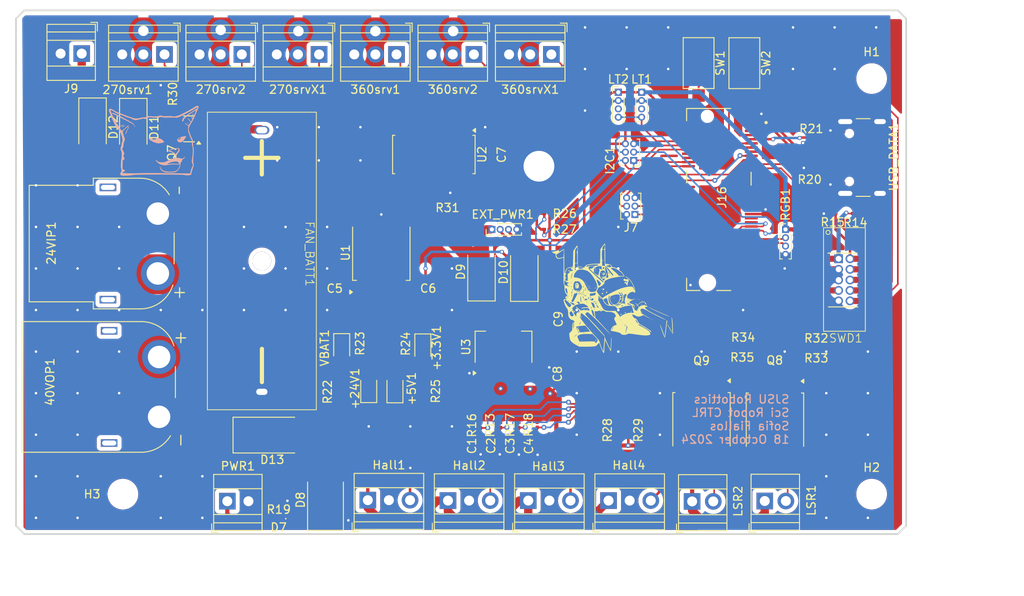
<source format=kicad_pcb>
(kicad_pcb (version 20240108) (generator "pcbnew") (generator_version "8.0")
  (layers (0 "F.Cu" signal) (31 "B.Cu" signal) (34 "B.Paste" user) (35 "F.Paste" user) (36 "B.SilkS" user "B.Silkscreen") (37 "F.SilkS" user "F.Silkscreen") (38 "B.Mask" user) (39 "F.Mask" user) (44 "Edge.Cuts" user))
  (net 0 "")
  (net 1 "GND")
  (net 2 "Net-(+3.3V1-A)")
  (net 3 "Net-(+5V1-A)")
  (net 4 "Net-(+24V1-A)")
  (net 5 "+24V")
  (net 6 "srv270")
  (net 7 "srv270_2")
  (net 8 "srv270_x")
  (net 9 "srv360")
  (net 10 "srv360_2")
  (net 11 "srv360_x")
  (net 12 "HE1DO")
  (net 13 "+5V")
  (net 14 "+3.3V")
  (net 15 "+3.3VLDO")
  (net 16 "Net-(D7-A)")
  (net 17 "Net-(D7-K)")
  (net 18 "+40V")
  (net 19 "V_FAN")
  (net 20 "Net-(D11-A)")
  (net 21 "I2C_SCL1")
  (net 22 "I2C_SCL")
  (net 23 "I2C_SDA1")
  (net 24 "I2C_SDA")
  (net 25 "TX2")
  (net 26 "RX1")
  (net 27 "TX1")
  (net 28 "RX2")
  (net 29 "EMTR5")
  (net 34 "USB_VIN")
  (net 35 "RST")
  (net 44 "USB_D-")
  (net 47 "EMTR6")
  (net 48 "EMTR4")
  (net 49 "LASR2")
  (net 55 "SWDCK")
  (net 59 "SWDIO")
  (net 61 "Boot")
  (net 62 "SDO")
  (net 63 "SCK")
  (net 67 "USB_D+")
  (net 68 "CLR_DO")
  (net 71 "LASR1")
  (net 75 "V_BAT_SW")
  (net 76 "Net-(Q8-G)")
  (net 77 "Net-(Q9-G)")
  (net 78 "CC2")
  (net 79 "Net-(VBAT1-A)")
  (net 80 "Net-(U2-~{OE})")
  (net 97 "CC1")
  (net 100 "HE2DO")
  (net 101 "HE3DO")
  (net 102 "HE4DO")
  (net 103 "Net-(LSR1-Pin_2)")
  (net 104 "Net-(LSR2-Pin_2)")
  (footprint "Button_Switch_SMD:SW_SPST_CK_RS282G05A3" (layer "F.Cu") (at 137.15 50.3 -90)
    (property "Reference" "SW2")
    (property "Value" "SW_SPST")
  )
  (footprint "Capacitor_SMD:C_0201_0603Metric" (layer "F.Cu") (at 87.905 76.3625 180)
    (property "Reference" "C5")
    (property "Value" "10uF")
  )
  (footprint "SJSU_common:TO-252AD" (layer "F.Cu") (at 89.7125 73.1025 90)
    (property "Reference" "U1")
    (property "Value" "LF33CPT-TR" (hide yes))
  )
  (footprint "Resistor_SMD:R_0201_0603Metric" (layer "F.Cu") (at 113.4 70.3 180)
    (property "Reference" "R27")
    (property "Value" "5.1k")
  )
  (footprint "Diode_SMD:D_SMA" (layer "F.Cu") (at 110.7 75.45 90)
    (property "Reference" "D10")
    (property "Value" "D_Schottky")
  )
  (footprint "Resistor_SMD:R_0201_0603Metric" (layer "F.Cu") (at 101.47 66.65 180)
    (property "Reference" "R31")
    (property "Value" "10k")
  )
  (footprint "Resistor_SMD:R_0201_0603Metric" (layer "F.Cu") (at 123.2 94.455 -90)
    (property "Reference" "R29")
    (property "Value" "5.1k")
  )
  (footprint "Connector_AMASS:AMASS_XT60PW-F_1x02_P7.20mm_Horizontal" (layer "F.Cu") (at 66.65 68.4 90)
    (property "Reference" "24VIP1")
    (property "Value" "xT60F")
  )
  (footprint "Resistor_SMD:R_0201_0603Metric" (layer "F.Cu") (at 81.18 102.95 180)
    (property "Reference" "R19")
    (property "Value" "560")
  )
  (footprint "Capacitor_SMD:C_0201_0603Metric" (layer "F.Cu") (at 105.45 96.345 90)
    (property "Reference" "C1")
    (property "Value" "100nF")
  )
  (footprint "Resistor_SMD:R_0201_0603Metric" (layer "F.Cu") (at 143.555 85.8)
    (property "Reference" "R33")
    (property "Value" "100")
  )
  (footprint "LOGO" (layer "F.Cu") (at 121.159726 78.536072)
    (property "Reference" "G***" (hide yes))
    (property "Value" "LOGO" (hide yes))
  )
  (footprint "TerminalBlock:TerminalBlock_Xinya_XY308-2.54-3P_1x03_P2.54mm_Horizontal" (layer "F.Cu") (at 101.525 102.925)
    (property "Reference" "Hall2")
    (property "Value" "Hall")
  )
  (footprint "Resistor_SMD:R_0201_0603Metric" (layer "F.Cu") (at 67 54 90)
    (property "Reference" "R30")
    (property "Value" "10k")
  )
  (footprint "Diode_SMD:D_SMB" (layer "F.Cu") (at 86.8 102.85 90)
    (property "Reference" "D8")
    (property "Value" "B250")
  )
  (footprint "TerminalBlock:TerminalBlock_Xinya_XY308-2.54-3P_1x03_P2.54mm_Horizontal" (layer "F.Cu") (at 113.95 49.25 180)
    (property "Reference" "360srvX1")
    (property "Value" "extr1")
  )
  (footprint "Connector_PinHeader_1.00mm:PinHeader_2x03_P1.00mm_Vertical" (layer "F.Cu") (at 123.85 62 180)
    (property "Reference" "I2C1")
    (property "Value" "Conn_02x03_Odd_Even")
  )
  (footprint "Capacitor_SMD:C_0201_0603Metric" (layer "F.Cu") (at 99.145 76.35 180)
    (property "Reference" "C6")
    (property "Value" "10uF")
  )
  (footprint "Resistor_SMD:R_0201_0603Metric" (layer "F.Cu") (at 134.755 83.3)
    (property "Reference" "R34")
    (property "Value" "6.8k")
  )
  (footprint "Capacitor_SMD:C_0201_0603Metric" (layer "F.Cu") (at 112.3 96.37 90)
    (property "Reference" "C4")
    (property "Value" "100nF")
  )
  (footprint "Connector_PinHeader_1.00mm:PinHeader_1x04_P1.00mm_Vertical" (layer "F.Cu") (at 124.8 53.8)
    (property "Reference" "LT1")
    (property "Value" "Conn_01x04")
  )
  (footprint "Resistor_SMD:R_0201_0603Metric" (layer "F.Cu") (at 113.42 68.4)
    (property "Reference" "R26")
    (property "Value" "2.2k")
  )
  (footprint "Resistor_SMD:R_0201_0603Metric" (layer "F.Cu") (at 88.75 89.8625 -90)
    (property "Reference" "R22")
    (property "Value" "39k")
  )
  (footprint "MountingHole:MountingHole_2.2mm_M2" (layer "F.Cu") (at 62.45 102.15)
    (property "Reference" "H3")
    (property "Value" "MountingHole")
  )
  (footprint "Resistor_SMD:R_0201_0603Metric" (layer "F.Cu") (at 92 84.0325 90)
    (property "Reference" "R23")
    (property "Value" "10k")
  )
  (footprint "Resistor_SMD:R_0201_0603Metric" (layer "F.Cu") (at 121.8 94.455 -90)
    (property "Reference" "R28")
    (property "Value" "5.1k")
  )
  (footprint "Capacitor_SMD:C_0201_0603Metric" (layer "F.Cu") (at 113.7 81.03 -90)
    (property "Reference" "C9")
    (property "Value" "10uF")
  )
  (footprint "Capacitor_SMD:C_0201_0603Metric" (layer "F.Cu") (at 110.05 96.345 90)
    (property "Reference" "C3")
    (property "Value" "100nF")
  )
  (footprint "TerminalBlock:TerminalBlock_Xinya_XY308-2.54-3P_1x03_P2.54mm_Horizontal" (layer "F.Cu") (at 76.745 49.25 180)
    (property "Reference" "270srv2")
    (property "Value" "270srv2")
  )
  (footprint "Diode_SMD:D_SMA" (layer "F.Cu") (at 105.55 75.4 90)
    (property "Reference" "D9")
    (property "Value" "D_Schottky")
  )
  (footprint "Package_TO_SOT_SMD:SOT-223-3_TabPin2" (layer "F.Cu") (at 108.2 84.45 90)
    (property "Reference" "U3")
    (property "Value" "AMS1117-5.0")
  )
  (footprint "Diode_SMD:D_SMB_Handsoldering" (layer "F.Cu") (at 80.4 95.05)
    (property "Reference" "D13")
    (property "Value" "SMBJ45CA")
  )
  (footprint "Package_SO:TSSOP-28_4.4x9.7mm_P0.65mm" (layer "F.Cu") (at 99.825 61.2875 -90)
    (property "Reference" "U2")
    (property "Value" "PCA9685PW")
  )
  (footprint "Resistor_SMD:R_0201_0603Metric" (layer "F.Cu") (at 134.755 85.7)
    (property "Reference" "R35")
    (property "Value" "100")
  )
  (footprint "TerminalBlock:TerminalBlock_Xinya_XY308-2.54-3P_1x03_P2.54mm_Horizontal" (layer "F.Cu") (at 104.64 49.25 180)
    (property "Reference" "360srv2")
    (property "Value" "360srv2")
  )
  (footprint "LED_SMD:LED_0805_2012Metric" (layer "F.Cu") (at 88.75 84.525 -90)
    (property "Reference" "VBAT1")
    (property "Value" "LED_GRN")
  )
  (footprint "Connector_USB:USB_C_Receptacle_GCT_USB4105-xx-A_16P_TopMnt_Horizontal" (layer "F.Cu") (at 152.38 61.65 90)
    (property "Reference" "USB_DATA1")
    (property "Value" "USB_C_Receptacle_USB2.0_16P")
  )
  (footprint "LED_SMD:LED_0805_2012Metric" (layer "F.Cu") (at 98.5 84.5625 -90)
    (property "Reference" "+3.3V1")
    (property "Value" "LED_GRN")
  )
  (footprint "LED_SMD:LED_0805_2012Metric" (layer "F.Cu") (at 92 89.45 90)
    (property "Reference" "+24V1")
    (property "Value" "LED_GRN")
  )
  (footprint "TerminalBlock:TerminalBlock_Xinya_XY308-2.54-3P_1x03_P2.54mm_Horizontal" (layer "F.Cu") (at 86.03 49.25 180)
    (property "Reference" "270srvX1")
    (property "Value" "extr2")
  )
  (footprint "TerminalBlock:TerminalBlock_Xinya_XY308-2.54-2P_1x02_P2.54mm_Horizontal" (layer "F.Cu") (at 57.5 49.15 180)
    (property "Reference" "J9")
    (property "Value" "Screw_Terminal_01x02")
  )
  (footprint "Resistor_SMD:R_0201_0603Metric" (layer "F.Cu") (at 143.555 83.4)
    (property "Reference" "R32")
    (property "Value" "6.8k")
  )
  (footprint "Package_TO_SOT_SMD:TO-252-2" (layer "F.Cu") (at 140.83 93.29 -90)
    (property "Reference" "Q8")
    (property "Value" "Q_NMOS_GDS")
  )
  (footprint "Resistor_SMD:R_0201_0603Metric" (layer "F.Cu") (at 112.25 93.805 90)
    (property "Reference" "R18")
    (property "Value" "10k")
  )
  (footprint "Resistor_SMD:R_0201_0603Metric" (layer "F.Cu") (at 110.05 93.825 90)
    (property "Reference" "R17")
    (property "Value" "10k")
  )
  (footprint "Connector_PinHeader_1.00mm:PinHeader_1x04_P1.00mm_Vertical" (layer "F.Cu") (at 122 53.8)
    (property "Reference" "LT2")
    (property "Value" "Conn_01x04")
  )
  (footprint "Resistor_SMD:R_0201_0603Metric" (layer "F.Cu") (at 95.15 84.0175 90)
    (property "Reference" "R24")
    (property "Value" "2.2k")
  )
  (footprint "MountingHole:MountingHole_2.2mm_M2" (layer "F.Cu") (at 152.45 102.15)
    (property "Reference" "H2")
    (property "Value" "MountingHole")
  )
  (footprint "Button_Switch_SMD:SW_SPST_CK_RS282G05A3" (layer "F.Cu") (at 131.65 50.293354 -90)
    (property "Reference" "SW1")
    (property "Value" "SW_SPST")
  )
  (footprint "Connector_PinHeader_1.00mm:PinHeader_2x03_P1.00mm_Vertical" (layer "F.Cu") (at 124 68.5 180)
    (property "Reference" "J7")
    (property "Value" "Conn_02x03_Odd_Even")
  )
  (footprint "Connector_PinHeader_1.00mm:PinHeader_1x04_P1.00mm_Vertical" (layer "F.Cu") (at 142.1 70.3)
    (property "Reference" "RGB1")
    (property "Value" "Conn_01x04")
  )
  (footprint "Capacitor_SMD:C_0201_0603Metric" (layer "F.Cu") (at 113.7 87.955 90)
    (property "Reference" "C8")
    (property "Value" "10uF")
  )
  (footprint "TerminalBlock:TerminalBlock_Xinya_XY308-2.54-2P_1x02_P2.54mm_Horizontal" (layer "F.Cu") (at 130.875 103.025)
    (property "Reference" "LSR2")
    (property "Value" "Screw_Terminal_01x02")
  )
  (footprint "Resistor_SMD:R_0201_0603Metric" (layer "F.Cu") (at 98.5 89.8675 90)
    (property "Reference" "R25")
    (property "Value" "500")
  )
  (footprint "Resistor_SMD:R_0201_0603Metric" (layer "F.Cu") (at 150.495 68.39)
    (property "Reference" "R14")
    (property "Value" "100k")
  )
  (footprint "Resistor_SMD:R_0201_0603Metric" (layer "F.Cu") (at 145.32 59.9)
    (property "Reference" "R21")
    (property "Value" "5.1k")
  )
  (footprint "Capacitor_SMD:C_0201_0603Metric" (layer "F.Cu") (at 106.9185 61.325 -90)
    (property "Reference" "C7")
    (property "Value" "100nF")
  )
  (footprint "TerminalBlock:TerminalBlock_Xinya_XY308-2.54-3P_1x03_P2.54mm_Horizontal" (layer "F.Cu") (at 120.825 102.925)
    (property "Reference" "Hall4")
    (property "Value" "Hall")
  )
  (footprint "TerminalBlock:TerminalBlock_Xinya_XY308-2.54-3P_1x03_P2.54mm_Horizontal" (layer "F.Cu") (at 95.34 49.25 180)
    (property "Reference" "360srv1")
    (property "Value" "360srv1")
  )
  (footprint "Package_TO_SOT_SMD:SOT-23" (layer "F.Cu") (at 70.4 58.2 180)
    (property "Reference" "Q7")
    (property "Value" "Q_NMOS_GDS")
  )
  (footprint "TerminalBlock:TerminalBlock_Xinya_XY308-2.54-3P_1x03_P2.54mm_Horizontal" (layer "F.Cu") (at 91.885 102.875)
    (property "Reference" "Hall1")
    (property "Value" "Hall")
  )
  (footprint "Package_TO_SOT_SMD:TO-252-2" (layer "F.Cu") (at 132 93.24 -90)
    (property "Reference" "Q9")
    (property "Value" "Q_NMOS_GDS")
  )
  (footprint "LED_SMD:LED_0805_2012Metric" (layer "F.Cu") (at 95.15 89.475 90)
    (property "Reference" "+5V1")
    (property "Value" "LED_GRN")
  )
  (footprint "TerminalBlock:TerminalBlock_Xinya_XY308-2.54-2P_1x02_P2.54mm_Horizontal" (layer "F.Cu") (at 75 103)
    (property "Reference" "PWR1")
    (property "Value" "Screw_Terminal_01x02")
  )
  (footprint "TerminalBlock:TerminalBlock_Xinya_XY308-2.54-3P_1x03_P2.54mm_Horizontal" (layer "F.Cu") (at 67.45 49.25 180)
    (property "Reference" "270srv1")
    (property "Value" "270srv1")
  )
  (footprint "Resistor_SMD:R_0201_0603Metric" (layer "F.Cu") (at 145.3 62.9)
    (property "Reference" "R20")
    (property "Value" "5.1k")
  )
  (footprint "Connector_AMASS:AMASS_XT60PW-M_1x02_P7.20mm_Horizontal" (layer "F.Cu") (at 66.8 92.85 90)
    (property "Reference" "40VOP1")
    (property "Value" "xT60M")
  )
  (footprint "SJSU_common:SWD_Conn" (layer "F.Cu") (at 148.59 67.71)
    (property "Reference" "SWD1")
    (property "Value" "Conn_02x05_Odd_Even")
  )
  (footprint "SJSU_common:BAT_HOLD" (layer "F.Cu") (at 84.4 73.25 -90)
    (property "Reference" "FAN_BATT1")
    (property "Value" "~")
  )
  (footprint "LED_SMD:LED_0201_0603Metric" (layer "F.Cu") (at 81.17 105.1 180)
    (property "Reference" "D7")
    (property "Value" "LED_BLU")
  )
  (footprint "MountingHole:MountingHole_2.2mm_M2" (layer "F.Cu") (at 152.45 52.15)
    (property "Reference" "H1")
    (property "Value" "MountingHole")
  )
  (footprint "Diode_SMD:D_SMA" (layer "F.Cu") (at 58.8 58 -90)
    (property "Reference" "D12")
    (property "Value" "D_Schottky")
  )
  (footprint "Connector_PinHeader_1.00mm:PinHeader_1x04_P1.00mm_Vertical" (layer "F.Cu") (at 106.8 70.3 90)
    (property "Reference" "EXT_PWR1")
    (property "Value" "Conn_01x04")
  )
  (footprint "SJSU_common:micromod" (layer "F.Cu") (at 124.46 66.7 90)
    (property "Reference" "J16")
    (property "Value" "MicroMod" (hide yes))
  )
  (footprint "Resistor_SMD:R_0201_0603Metric" (layer "F.Cu") (at 147.795 68.39)
    (property "Reference" "R15")
    (property "Value" "100k")
  )
  (footprint "Diode_SMD:D_SMA" (layer "F.Cu") (at 63.7 58.05 -90)
    (property "Reference" "D11")
    (property "Value" "D_Schottky")
  )
  (footprint "TerminalBlock:TerminalBlock_Xinya_XY308-2.54-3P_1x03_P2.54mm_Horizontal" (layer "F.Cu") (at 111.175 102.925)
    (property "Reference" "Hall3")
    (property "Value" "Hall")
  )
  (footprint "Resistor_SMD:R_0201_0603Metric" (layer "F.Cu") (at 107.85 93.83 90)
    (property "Reference" "R13")
    (property "Value" "10k")
  )
  (footprint "Capacitor_SMD:C_0201_0603Metric" (layer "F.Cu") (at 107.75 96.32 90)
    (property "Reference" "C2")
    (property "Value" "100nF")
  )
  (footprint "Resistor_SMD:R_0201_0603Metric" (layer "F.Cu") (at 105.45 93.87 90)
    (property "Reference" "R16")
    (property "Value" "10k")
  )
  (footprint "TerminalBlock:TerminalBlock_Xinya_XY308-2.54-2P_1x02_P2.54mm_Horizontal" (layer "F.Cu") (at 139.6 102.975)
    (property "Reference" "LSR1")
    (property "Value" "Screw_Terminal_01x02")
  )
  (footprint "LOGO" (layer "B.Cu") (at 66.2 59.6 180)
    (property "Reference" "G***" (hide yes))
    (property "Value" "LOGO" (hide yes))
  )
  (gr_line (start 156.6 105.95) (end 156.6 44.95) (stroke (width 0.2)) (layer "Edge.Cuts"))
  (gr_line (start 49.6 105.95) (end 49.6 44.95) (stroke (width 0.2)) (layer "Edge.Cuts"))
  (gr_line (start 50.6 43.95) (end 49.6 44.95) (stroke (width 0.2)) (layer "Edge.Cuts"))
  (gr_line (start 50.6 106.95) (end 49.6 105.95) (stroke (width 0.2)) (layer "Edge.Cuts"))
  (gr_line (start 156.6 44.95) (end 155.6 43.95) (stroke (width 0.2)) (layer "Edge.Cuts"))
  (gr_line (start 156.6 105.95) (end 155.6 106.95) (stroke (width 0.2)) (layer "Edge.Cuts"))
  (gr_line (start 155.6 106.95) (end 50.6 106.95) (stroke (width 0.2)) (layer "Edge.Cuts"))
  (gr_line (start 155.6 43.95) (end 50.6 43.95) (stroke (width 0.2)) (layer "Edge.Cuts"))
  (gr_text "SJSU Robottics\nSci Robot CTRL\nSofia Fiallos\n18 October 2024" (at 142.65 96.15 0) (layer "B.SilkS") (effects (font (size 1 1)) (justify left bottom mirror)))
  (segment (start 107.75 96.64) (end 107.75 97.365) (width 0.3) (layer "F.Cu") (net 1))
  (segment (start 67 53.68) (end 67 52.955) (width 0.2) (layer "F.Cu") (net 1))
  (segment (start 88.75 81.75) (end 87 80) (width 0.2) (layer "F.Cu") (net 1))
  (segment (start 143.875 83.4) (end 145.4 83.4) (width 0.2) (layer "F.Cu") (net 1))
  (segment (start 137.21 79.79) (end 137 80) (width 0.2) (layer "F.Cu") (net 1))
  (segment (start 105.75 87.6) (end 105.9 87.6) (width 0.3) (layer "F.Cu") (net 1))
  (segment (start 101.8 65.9) (end 101.8 66.815) (width 0.2) (layer "F.Cu") (net 1))
  (segment (start 146.6 76.37) (end 142.37 76.37) (width 0.2) (layer "F.Cu") (net 1))
  (segment (start 137.148292 57.45) (end 136.8 57.798292) (width 0.2) (layer "F.Cu") (net 1))
  (segment (start 106.9185 58.9185) (end 106.9185 61.005) (width 0.2) (layer "F.Cu") (net 1))
  (segment (start 135.075 81.925) (end 135.075 83.3) (width 0.2) (layer "F.Cu") (net 1))
  (segment (start 101.8 65.9) (end 102.1 65.6) (width 0.2) (layer "F.Cu") (net 1))
  (segment (start 152 85) (end 149 85) (width 0.2) (layer "F.Cu") (net 1))
  (segment (start 139.7 68.1) (end 139.35 68.45) (width 0.3) (layer "F.Cu") (net 1))
  (segment (start 102.1 65.6) (end 102.1 64.15) (width 0.2) (layer "F.Cu") (net 1))
  (segment (start 138.225 76.275) (end 137.45 77.05) (width 0.3) (layer "F.Cu") (net 1))
  (segment (start 116 85) (end 113.7 82.7) (width 0.2) (layer "F.Cu") (net 1))
  (segment (start 148.7 64.85) (end 147.55 64.85) (width 0.3) (layer "F.Cu") (net 1))
  (segment (start 123.85 55.14896) (end 123.85 60) (width 0.2) (layer "F.Cu") (net 1))
  (segment (start 144.98 62.9) (end 144.3 62.9) (width 0.3) (layer "F.Cu") (net 1))
  (segment (start 142.37 76.37) (end 142 76) (width 0.2) (layer "F.Cu") (net 1))
  (segment (start 86.8 105.3) (end 89.55 105.3) (width 0.3) (layer "F.Cu") (net 1))
  (segment (start 137.985 57.45) (end 137.148292 57.45) (width 0.2) (layer "F.Cu") (net 1))
  (segment (start 98.5 83.625) (end 98.5 82.5) (width 0.3) (layer "F.Cu") (net 1))
  (segment (start 87 76) (end 87.3625 76.3625) (width 0.2) (layer "F.Cu") (net 1))
  (segment (start 137.15 46.4) (end 142.6 46.4) (width 0.3) (layer "F.Cu") (net 1))
  (segment (start 142 85) (end 141 85) (width 0.3) (layer "F.Cu") (net 1))
  (segment (start 147.475 68.39) (end 146.71 68.39) (width 0.2) (layer "F.Cu") (net 1))
  (segment (start 139.7 67.9) (end 139.7 68.1) (width 0.3) (layer "F.Cu") (net 1))
  (segment (start 97 93.4) (end 97 94) (width 0.2) (layer "F.Cu") (net 1))
  (segment (start 137.21 77.05) (end 137.21 79.79) (width 0.2) (layer "F.Cu") (net 1))
  (segment (start 145.4 83.4) (end 147 85) (width 0.2) (layer "F.Cu") (net 1))
  (segment (start 117 85) (end 116 85) (width 0.2) (layer "F.Cu") (net 1))
  (segment (start 136.8 66.95) (end 137.985 66.95) (width 0.2) (layer "F.Cu") (net 1))
  (segment (start 139.15 56.35) (end 139.2 56.4) (width 0.2) (layer "F.Cu") (net 1))
  (segment (start 101.45 58.425) (end 104.05 58.425) (width 0.2) (layer "F.Cu") (net 1))
  (segment (start 112.3 96.69) (end 112.3 97.415) (width 0.3) (layer "F.Cu") (net 1))
  (segment (start 138.225 75.95) (end 138.225 76.275) (width 0.3) (layer "F.Cu") (net 1))
  (segment (start 105.9 87.6) (end 104.1 87.6) (width 0.3) (layer "F.Cu") (net 1))
  (segment (start 138.25 76.6) (end 138.25 76.925) (width 0.3) (layer "F.Cu") (net 1))
  (segment (start 95.175 58) (end 91 58) (width 0.2) (layer "F.Cu") (net 1))
  (segment (start 136.45 66.6) (end 136.8 66.95) (width 0.2) (layer "F.Cu") (net 1))
  (segment (start 137.21 56.35) (end 139.15 56.35) (width 0.2) (layer "F.Cu") (net 1))
  (segment (start 139.7 67.9) (end 139.7 67.51758) (width 0.3) (layer "F.Cu") (net 1))
  (segment (start 81.5 102.95) (end 82.225 102.95) (width 0.3) (layer "F.Cu") (net 1))
  (segment (start 147.55 58.45) (end 147.5 58.4) (width 0.3) (layer "F.Cu") (net 1))
  (segment (start 148.7 58.45) (end 147.55 58.45) (width 0.3) (layer "F.Cu") (net 1))
  (segment (start 142.6 46.4) (end 143 46) (width 0.3) (layer "F.Cu") (net 1))
  (segment (start 67 91.4) (end 67 91) (width 0.2) (layer "F.Cu") (net 1))
  (segment (start 124.8 54.8) (end 124.19896 54.8) (width 0.2) (layer "F.Cu") (net 1))
  (segment (start 137.985 65.45) (end 136.8 65.45) (width 0.2) (layer "F.Cu") (net 1))
  (segment (start 131.65 46.393354) (end 137.143354 46.393354) (width 0.3) (layer "F.Cu") (net 1))
  (segment (start 129.72 86.28) (end 129.72 88.2) (width 0.3) (layer "F.Cu") (net 1))
  (segment (start 102.1 64.15) (end 101.45 64.15) (width 0.2) (layer "F.Cu") (net 1))
  (segment (start 131 85) (end 129.72 86.28) (width 0.3) (layer "F.Cu") (net 1))
  (segment (start 137.985 57.125) (end 137.21 56.35) (width 0.2) (layer "F.Cu") (net 1))
  (segment (start 88.75 83.5875) (end 88.75 81.75) (width 0.2) (layer "F.Cu") (net 1))
  (segment (start 105.45 96.665) (end 105.45 97.365) (width 0.3) (layer "F.Cu") (net 1))
  (segment (start 146.71 68.39) (end 146.7 68.4) (width 0.2) (layer "F.Cu") (net 1))
  (segment (start 77.75 91.24) (end 79.15 89.84) (width 1) (layer "F.Cu") (net 1))
  (segment (start 147.55 64.85) (end 147.5 64.9) (width 0.3) (layer "F.Cu") (net 1))
  (segment (start 137.985 57.45) (end 137.985 57.125) (width 0.2) (layer "F.Cu") (net 1))
  (segment (start 101.45 65.55) (end 101.45 64.15) (width 0.2) (layer "F.Cu") (net 1))
  (segment (start 132 85) (end 131 85) (width 0.3) (layer "F.Cu") (net 1))
  (segment (start 102 75) (end 100.65 76.35) (width 0.3) (layer "F.Cu") (net 1))
  (segment (start 136.45 65.8) (end 136.45 66.6) (width 0.2) (layer "F.Cu") (net 1))
  (segment (start 122 70) (end 125 70) (width 0.2) (layer "F.Cu") (net 1))
  (segment (start 141 85) (end 138.55 87.45) (width 0.3) (layer "F.Cu") (net 1))
  (segment (start 146.6 75.1) (end 146.5 75) (width 0.2) (layer "F.Cu") (net 1))
  (segment (start 113.7 82.7) (end 113.7 81.35) (width 0.2) (layer "F.Cu") (net 1))
  (segment (start 128.8 66.2) (end 130.435 66.2) (width 0.2) (layer "F.Cu") (net 1))
  (segment (start 136.8 57.798292) (end 136.8 58.601708) (width 0.2) (layer "F.Cu") (net 1))
  (segment (start 95.15 90.4125) (end 95.15 91.55) (width 0.2) (layer "F.Cu") (net 1))
  (segment (start 87.585 76.3625) (end 87.3625 76.3625) (width 0.2) (layer "F.Cu") (net 1))
  (segment (start 77.7 95.05) (end 77.7 102.84) (width 1) (layer "F.Cu") (net 1))
  (segment (start 136.8 65.45) (end 136.45 65.8) (width 0.2) (layer "F.Cu") (net 1))
  (segment (start 145 59.9) (end 144.2 59.9) (width 0.3) (layer "F.Cu") (net 1))
  (segment (start 98.5 82.5) (end 101 80) (width 0.3) (layer "F.Cu") (net 1))
  (segment (start 77.7 102.84) (end 77.54 103) (width 1) (layer "F.Cu") (net 1))
  (segment (start 130.675 77) (end 130.675 75.7) (width 0.3) (layer "F.Cu") (net 1))
  (segment (start 139.7 67.51758) (end 139.13242 66.95) (width 0.3) (layer "F.Cu") (net 1))
  (segment (start 101.8 65.9) (end 101.45 65.55) (width 0.2) (layer "F.Cu") (net 1))
  (segment (start 87 76) (end 87 75) (width 0.2) (layer "F.Cu") (net 1))
  (segment (start 106 58) (end 106.9185 58.9185) (width 0.2) (layer "F.Cu") (net 1))
  (segment (start 139.35 68.45) (end 138.225 68.45) (width 0.3) (layer "F.Cu") (net 1))
  (segment (start 137.148292 58.95) (end 137.985 58.95) (width 0.2) (layer "F.Cu") (net 1))
  (segment (start 125 70) (end 128.8 66.2) (width 0.2) (layer "F.Cu") (net 1))
  (segment (start 104.05 58.425) (end 105.575 58.425) (width 0.2) (layer "F.Cu") (net 1))
  (segment (start 138.55 87.45) (end 138.55 88.25) (width 0.3) (layer "F.Cu") (net 1))
  (segment (start 113.7 87.635) (end 113.7 86.9) (width 0.3) (layer "F.Cu") (net 1))
  (segment (start 95.6 58.425) (end 95.175 58) (width 0.2) (layer "F.Cu") (net 1))
  (segment (start 105.575 58.425) (end 106 58) (width 0.2) (layer "F.Cu") (net 1))
  (segment (start 146.6 82.6) (end 146.6 78.91) (width 0.2) (layer "F.Cu") (net 1))
  (segment (start 100.65 76.35) (end 99.465 76.35) (width 0.3) (layer "F.Cu") (net 1))
  (segment (start 92 90.3875) (end 92 94) (width 0.2) (layer "F.Cu") (net 1))
  (segment (start 95.15 91.55) (end 97 93.4) (width 0.2) (layer "F.Cu") (net 1))
  (segment (start 77.7 95.05) (end 77.75 95) (width 1) (layer "F.Cu") (net 1))
  (segment (start 137 80) (end 135.075 81.925) (width 0.2) (layer "F.Cu") (net 1))
  (segment (start 137.143354 46.393354) (end 137.15 46.4) (width 0.3) (layer "F.Cu") (net 1))
  (segment (start 136.8 58.601708) (end 137.148292 58.95) (width 0.2) (layer "F.Cu") (net 1))
  (segment (start 77.75 95) (end 77.75 91.24) (width 1) (layer "F.Cu") (net 1))
  (segment (start 93.5125 68.5) (end 93.5125 71.8625) (width 0.2) (layer "F.Cu") (net 1))
  (segment (start 142 76) (end 142 75) (width 0.2) (layer "F.Cu") (net 1))
  (segment (start 146.5 75) (end 142 75) (width 0.2) (layer "F.Cu") (net 1))
  (segment (start 124.19896 54.8) (end 123.85 55.14896) (width 0.2) (layer "F.Cu") (net 1))
  (segment (start 149 85) (end 146.6 82.6) (width 0.2) (layer "F.Cu") (net 1))
  (segment (start 101 80) (end 102 80) (width 0.3) (layer "F.Cu") (net 1))
  (segment (start 110.05 96.665) (end 110.05 97.39) (width 0.3) (layer "F.Cu") (net 1))
  (segment (start 139.13242 66.95) (end 138.225 66.95) (width 0.3) (layer "F.Cu") (net 1))
  (via (at 118 46) (size 0.5) (drill 0.3) (layers "F.Cu" "B.Cu") (net 1))
  (via (at 118 56) (size 0.5) (drill 0.3) (layers "F.Cu" "B.Cu") (net 1))
  (via (at 52 75) (size 0.5) (drill 0.3) (layers "F.Cu" "B.Cu") (net 1))
  (via (at 62 85) (size 0.5) (drill 0.3) (layers "F.Cu" "B.Cu") (net 1))
  (via (at 87 70) (size 0.5) (drill 0.3) (layers "F.Cu" "B.Cu") (net 1))
  (via (at 101.8 65.9) (size 0.5) (drill 0.3) (layers "F.Cu" "B.Cu") (net 1))
  (via (at 147 95) (size 0.5) (drill 0.3) (layers "F.Cu" "B.Cu") (net 1))
  (via (at 52 105) (size 0.5) (drill 0.3) (layers "F.Cu" "B.Cu") (net 1))
  (via (at 128 51) (size 0.5) (drill 0.3) (layers "F.Cu" "B.Cu") (net 1))
  (via (at 132 85) (size 0.5) (drill 0.3) (layers "F.Cu" "B.Cu") (net 1))
  (via (at 122 70) (size 0.5) (drill 0.3) (layers "F.Cu" "B.Cu") (net 1))
  (via (at 146.7 68.4) (size 0.5) (drill 0.3) (layers "F.Cu" "B.Cu") (net 1))
  (via (at 107.75 97.365) (size 0.5) (drill 0.3) (layers "F.Cu" "B.Cu") (net 1))
  (via (at 152 95) (size 0.5) (drill 0.3) (layers "F.Cu" "B.Cu") (net 1))
  (via (at 147.5 64.9) (size 0.5) (drill 0.3) (layers "F.Cu" "B.Cu") (net 1))
  (via (at 122 80) (size 0.5) (drill 0.3) (layers "F.Cu" "B.Cu") (net 1))
  (via (at 148 46) (size 0.5) (drill 0.3) (layers "F.Cu" "B.Cu") (net 1))
  (via (at 122 85) (size 0.5) (drill 0.3) (layers "F.Cu" "B.Cu") (net 1))
  (via (at 82 75) (size 0.5) (drill 0.3) (layers "F.Cu" "B.Cu") (net 1))
  (via (at 139.2 56.4) (size 0.5) (drill 0.3) (layers "F.Cu" "B.Cu") (net 1))
  (via (at 117 80) (size 0.5) (drill 0.3) (layers "F.Cu" "B.Cu") (net 1))
  (via (at 105.45 97.365) (size 0.5) (drill 0.3) (layers "F.Cu" "B.Cu") (net 1))
  (via (at 97 99) (size 0.5) (drill 0.3) (layers "F.Cu" "B.Cu") (net 1))
  (via (at 91 58) (size 0.5) (drill 0.3) (layers "F.Cu" "B.Cu") (net 1))
  (via (at 128 46) (size 0.5) (drill 0.3) (layers "F.Cu" "B.Cu") (net 1))
  (via (at 62 90) (size 0.5) (drill 0.3) (layers "F.Cu" "B.Cu") (net 1))
  (via (at 51.996083 99.999999) (size 0.5) (drill 0.3) (layers "F.Cu" "B.Cu") (net 1))
  (via (at 57 80) (size 0.5) (drill 0.3) (layers "F.Cu" "B.Cu") (net 1))
  (via (at 152 85) (size 0.5) (drill 0.3) (layers "F.Cu" "B.Cu") (net 1))
  (via (at 104.1 87.6) (size 0.5) (drill 0.3) (layers "F.Cu" "B.Cu") (net 1))
  (via (at 57 95) (size 0.5) (drill 0.3) (layers "F.Cu" "B.Cu") (net 1))
  (via (at 72 80) (size 0.5) (drill 0.3) (layers "F.Cu" "B.Cu") (net 1))
  (via (at 91 62) (size 0.5) (drill 0.3) (layers "F.Cu" "B.Cu") (net 1))
  (via (at 82.225 102.95) (size 0.5) (drill 0.3) (layers "F.Cu" "B.Cu") (net 1))
  (via (at 102 75) (size 0.5) (drill 0.3) (layers "F.Cu" "B.Cu") (net 1))
  (via (at 152 105) (size 0.5) (drill 0.3) (layers "F.Cu" "B.Cu") (net 1))
  (via (at 147 100) (size 0.5) (drill 0.3) (layers "F.Cu" "B.Cu") (net 1))
  (via (at 67 80) (size 0.5) (drill 0.3) (layers "F.Cu" "B.Cu") (net 1))
  (via (at 122 75) (size 0.5) (drill 0.3) (layers "F.Cu" "B.Cu") (net 1))
  (via (at 92 94) (size 0.5) (drill 0.3) (layers "F.Cu" "B.Cu") (net 1))
  (via (at 102 94) (size 0.5) (drill 0.3) (layers "F.Cu" "B.Cu") (net 1))
  (via (at 148 51) (size 0.5) (drill 0.3) (layers "F.Cu" "B.Cu") (net 1))
  (via (at 117 95) (size 0.5) (drill 0.3) (layers "F.Cu" "B.Cu") (net 1))
  (via (at 118 51) (size 0.5) (drill 0.3) (layers "F.Cu" "B.Cu") (net 1))
  (via (at 127 90) (size 0.5) (drill 0.3) (layers "F.Cu" "B.Cu") (net 1))
  (via (at 62 80) (size 0.5) (drill 0.3) (layers "F.Cu" "B.Cu") (net 1))
  (via (at 52 65) (size 0.5) (drill 0.3) (layers "F.Cu" "B.Cu") (net 1))
  (via (at 152 90) (size 0.5) (drill 0.3) (layers "F.Cu" "B.Cu") (net 1))
  (via (at 127 95) (size 0.5) (drill 0.3) (layers "F.Cu" "B.Cu") (net 1))
  (via (at 117 85) (size 0.5) (drill 0.3) (layers "F.Cu" "B.Cu") (net 1))
  (via (at 77 75) (size 0.5) (drill 0.3) (layers "F.Cu" "B.Cu") (net 1))
  (via (at 62 70) (size 0.5) (drill 0.3) (layers "F.Cu" "B.Cu") (net 1))
  (via (at 87 75) (size 0.5) (drill 0.3) (layers "F.Cu" "B.Cu") (net 1))
  (via (at 67 52.955) (size 0.5) (drill 0.3) (layers "F.Cu" "B.Cu") (net 1))
  (via (at 77 80) (size 0.5) (drill 0.3) (layers "F.Cu" "B.Cu") (net 1))
  (via (at 112.3 97.415) (size 0.5) (drill 0.3) (layers "F.Cu" "B.Cu") (net 1))
  (via (at 82 80) (size 0.5) (drill 0.3) (layers "F.Cu" "B.Cu") (net 1))
  (via (at 143 51) (size 0.5) (drill 0.3) (layers "F.Cu" "B.Cu") (net 1))
  (via (at 106 58) (size 0.5) (drill 0.3) (layers "F.Cu" "B.Cu") (net 1))
  (via (at 89.55 105.3) (size 0.5) (drill 0.3) (layers "F.Cu" "B.Cu") (net 1))
  (via (at 142 85) (size 0.5) (drill 0.3) (layers "F.Cu" "B.Cu") (net 1))
  (via (at 52 85) (size 0.5) (drill 0.3) (layers "F.Cu" "B.Cu") (net 1))
  (via (at 144.3 62.9) (size 0.5) (drill 0.3) (layers "F.Cu" "B.Cu") (net 1))
  (via (at 130.675 77) (size 0.5) (drill 0.3) (layers "F.Cu" "B.Cu") (net 1))
  (via (at 57 65) (size 0.5) (drill 0.3) (layers "F.Cu" "B.Cu") (net 1))
  (via (at 57 100) (size 0.5) (drill 0.3) (layers "F.Cu" "B.Cu") (net 1))
  (via (at 102 80) (size 0.5) (drill 0.3) (layers "F.Cu" "B.Cu") (net 1))
  (via (at 57 75) (size 0.5) (drill 0.3) (layers "F.Cu" "B.Cu") (net 1))
  (via (at 87 80) (size 0.5) (drill 0.3) (layers "F.Cu" "B.Cu") (net 1))
  (via (at 137 80) (size 0.5) (drill 0.3) (layers "F.Cu" "B.Cu") (net 1))
  (via (at 62 75) (size 0.5) (drill 0.3) (layers "F.Cu" "B.Cu") (net 1))
  (via (at 93.5125 68.5) (size 0.5) (drill 0.3) (layers "F.Cu" "B.Cu") (net 1))
  (via (at 86 62) (size 0.5) (drill 0.3) (layers "F.Cu" "B.Cu") (net 1))
  (via (at 67 100) (size 0.5) (drill 0.3) (layers "F.Cu" "B.Cu") (net 1))
  (via (at 113.7 86.9) (size 0.5) (drill 0.3) (layers "F.Cu" "B.Cu") (net 1))
  (via (at 147 105) (size 0.5) (drill 0.3) (layers "F.Cu" "B.Cu") (net 1))
  (via (at 81 62) (size 0.5) (drill 0.3) (layers "F.Cu" "B.Cu") (net 1))
  (via (at 142 75) (size 0.5) (drill 0.3) (layers "F.Cu" "B.Cu") (net 1))
  (via (at 77 70) (size 0.5) (drill 0.3) (layers "F.Cu" "B.Cu") (net 1))
  (via (at 57 70) (size 0.5) (drill 0.3) (layers "F.Cu" "B.Cu") (net 1))
  (via (at 81 58) (size 0.5) (drill 0.3) (layers "F.Cu" "B.Cu") (net 1))
  (via (at 52 90) (size 0.5) (drill 0.3) (layers "F.Cu" "B.Cu") (net 1))
  (via (at 143 46) (size 0.5) (drill 0.3) (layers "F.Cu" "B.Cu") (net 1))
  (via (at 147 90) (size 0.5) (drill 0.3) (layers "F.Cu" "B.Cu") (net 1))
  (via (at 147.5 58.4) (size 0.5) (drill 0.3) (layers "F.Cu" "B.Cu") (net 1))
  (via (at 52 80) (size 0.5) (drill 0.3) (layers "F.Cu" "B.Cu") (net 1))
  (via (at 72 100) (size 0.5) (drill 0.3) (layers "F.Cu" "B.Cu") (net 1))
  (via (at 123 46) (size 0.5) (drill 0.3) (layers "F.Cu" "B.Cu") (net 1))
  (via (at 153 46) (size 0.5) (drill 0.3) (layers "F.Cu" "B.Cu") (net 1))
  (via (at 67 105) (size 0.5) (drill 0.3) (layers "F.Cu" "B.Cu") (net 1))
  (via (at 117 90) (size 0.5) (drill 0.3) (layers "F.Cu" "B.Cu") (net 1))
  (via (at 57 85) (size 0.5) (drill 0.3) (layers "F.Cu" "B.Cu") (net 1))
  (via (at 97 94) (size 0.5) (drill 0.3) (layers "F.Cu" "B.Cu") (net 1))
  (via (at 117 75) (size 0.5) (drill 0.3) (layers "F.Cu" "B.Cu") (net 1))
  (via (at 123 51) (size 0.5) (drill 0.3) (layers "F.Cu" "B.Cu") (net 1))
  (via (at 144.2 59.9) (size 0.5) (drill 0.3) (layers "F.Cu" "B.Cu") (net 1))
  (via (at 86 58) (size 0.5) (drill 0.3) (layers "F.Cu" "B.Cu") (net 1))
  (via (at 72 105) (size 0.5) (drill 0.3) (layers "F.Cu" "B.Cu") (net 1))
  (via (at 57 105) (size 0.5) (drill 0.3) (layers "F.Cu" "B.Cu") (net 1))
  (via (at 52 95) (size 0.5) (drill 0.3) (layers "F.Cu" "B.Cu") (net 1))
  (via (at 110.05 97.39) (size 0.5) (drill 0.3) (layers "F.Cu" "B.Cu") (net 1))
  (via (at 52 70) (size 0.5) (drill 0.3) (layers "F.Cu" "B.Cu") (net 1))
  (via (at 82 70) (size 0.5) (drill 0.3) (layers "F.Cu" "B.Cu") (net 1))
  (via (at 57 90) (size 0.5) (drill 0.3) (layers "F.Cu" "B.Cu") (net 1))
  (via (at 147 85) (size 0.5) (drill 0.3) (layers "F.Cu" "B.Cu") (net 1))
  (via (at 139.7 67.9) (size 0.5) (drill 0.3) (layers "F.Cu" "B.Cu") (net 1))
  (segment (start 142.1 74.9) (end 142 75) (width 0.2) (layer "B.Cu") (net 1))
  (segment (start 142.1 73.3) (end 142.1 74.9) (width 0.2) (layer "B.Cu") (net 1))
  (segment (start 98.05 85.5) (end 97.15 86.4) (width 0.2) (layer "F.Cu") (net 2))
  (segment (start 98.5 85.5) (end 98.05 85.5) (width 0.2) (layer "F.Cu") (net 2))
  (segment (start 97.15 86.4) (end 97.15 89.25) (width 0.2) (layer "F.Cu") (net 2))
  (segment (start 97.15 89.25) (end 98.0875 90.1875) (width 0.2) (layer "F.Cu") (net 2))
  (segment (start 98.0875 90.1875) (end 98.5 90.1875) (width 0.2) (layer "F.Cu") (net 2))
  (segment (start 95.15 84.3375) (end 95.15 88.5375) (width 0.2) (layer "F.Cu") (net 3))
  (segment (start 92 84.3525) (end 92 88.5125) (width 0.2) (layer "F.Cu") (net 4))
  (segment (start 69.35 62.6) (end 60.7 62.6) (width 1) (layer "F.Cu") (net 5))
  (segment (start 64.91 46.41) (end 64.91 49.25) (width 2) (layer "F.Cu") (net 5))
  (segment (start 60.7 62.6) (end 58.8 60.7) (width 1) (layer "F.Cu") (net 5))
  (segment (start 92.75 46.3) (end 92.8 46.35) (width 2) (layer "F.Cu") (net 5))
  (segment (start 73.95 46.05) (end 65.27 46.05) (width 2) (layer "F.Cu") (net 5))
  (segment (start 105.55 73.4) (end 104.05 73.4) (width 2) (layer "F.Cu") (net 5))
  (segment (start 69.575 75.6) (end 73.6 71.575) (width 1) (layer "F.Cu") (net 5))
  (segment (start 51.8 51.7) (end 51.8 48.55) (width 2) (layer "F.Cu") (net 5))
  (segment (start 89.1 76.95) (end 90.25 78.1) (width 2) (layer "F.Cu") (net 5))
  (segment (start 71.3375 59.15) (end 71.3375 60.6125) (width 1) (layer "F.Cu") (net 5))
  (segment (start 83.5 46.3) (end 83.49 46.31) (width 2) (layer "F.Cu") (net 5))
  (segment (start 92.8 46.45) (end 92.55 46.2) (width 2) (layer "F.Cu") (net 5))
  (segment (start 97.3 66.65) (end 91.15 66.65) (width 2) (layer "F.Cu") (net 5))
  (segment (start 93.1 46.15) (end 101.85 46.15) (width 2) (layer "F.Cu") (net 5))
  (segment (start 91.15 66.65) (end 89.1 68.7) (width 2) (layer "F.Cu") (net 5))
  (segment (start 73.6 71.575) (end 73.6 60.075) (width 1) (layer "F.Cu") (net 5))
  (segment (start 92.55 46.2) (end 83.8 46.2) (width 2) (layer "F.Cu") (net 5))
  (segment (start 74.46 46.05) (end 83.15 46.05) (width 2) (layer "F.Cu") (net 5))
  (segment (start 92.85 46.4) (end 93.1 46.15) (width 2) (layer "F.Cu") (net 5))
  (segment (start 54.2 46.15) (end 64.65 46.15) (width 2) (layer "F.Cu") (net 5))
  (segment (start 55.275 55.175) (end 51.8 51.7) (width 2) (layer "F.Cu") (net 5))
  (segment (start 90.9725 81.0225) (end 92 82.05) (width 0.2) (layer "F.Cu") (net 5))
  (segment (start 89.1725 76.3625) (end 90.9725 78.1625) (width 0.3) (layer "F.Cu") (net 5))
  (segment (start 66.65 75.6) (end 69.575 75.6) (width 1) (layer "F.Cu") (net 5))
  (segment (start 102.35 46.25) (end 109.7 46.25) (width 2) (layer "F.Cu") (net 5))
  (segment (start 58.8 60) (end 57.5 60) (width 2) (layer "F.Cu") (net 5))
  (segment (start 83.49 46.31) (end 83.49 49.25) (width 2) (layer "F.Cu") (net 5))
  (segment (start 105.5 70.9) (end 106.1 70.3) (width 1) (layer "F.Cu") (net 5))
  (segment (start 65.27 46.05) (end 64.91 46.41) (width 2) (layer "F.Cu") (net 5))
  (segment (start 83.15 46.05) (end 83.55 46.45) (width 2) (layer "F.Cu") (net 5))
  (segment (start 71.3375 60.6125) (end 69.35 62.6) (width 1) (layer "F.Cu") (net 5))
  (segment (start 83.8 46.2) (end 83.55 46.45) (width 2) (layer "F.Cu") (net 5))
  (segment (start 105.5 73.35) (end 105.5 70.9) (width 1) (layer "F.Cu") (net 5))
  (segment (start 92.8 46.35) (end 92.8 49.25) (width 2) (layer "F.Cu") (net 5))
  (segment (start 111.41 47.96) (end 111.41 49.25) (width 2) (layer "F.Cu") (net 5))
  (segment (start 74.205 46.305) (end 74.205 49.25) (width 2) (layer "F.Cu") (net 5))
  (segment (start 73.6 60.075) (end 72.675 59.15) (width 1) (layer "F.Cu") (net 5))
  (segment (start 64.91 49.25) (end 64.91 50.66) (width 2) (layer "F.Cu") (net 5))
  (segment (start 105.5 73.35) (end 105.55 73.4) (width 0.3) (layer "F.Cu") (net 5))
  (segment (start 89.1 68.7) (end 89.1 76.95) (width 2) (layer "F.Cu") (net 5))
  (segment (start 106.1 70.3) (end 106.675 70.3) (width 1) (layer "F.Cu") (net 5))
  (segment (start 90.9725 78.1625) (end 90.9725 81.0225) (width 0.2) (layer "F.Cu") (net 5))
  (segment (start 102.15 46.45) (end 102.35 46.25) (width 2) (layer "F.Cu") (net 5))
  (segment (start 102.1 46.3) (end 102.1 49.25) (width 2) (layer "F.Cu") (net 5))
  (segment (start 74.205 46.305) (end 73.95 46.05) (width 2) (layer "F.Cu") (net 5))
  (segment (start 55.275 57.775) (end 55.275 55.175) (width 2) (layer "F.Cu") (net 5))
  (segment (start 51.8 48.55) (end 54.2 46.15) (width 2) (layer "F.Cu") (net 5))
  (segment (start 64.65 46.15) (end 64.91 46.41) (width 2) (layer "F.Cu") (net 5))
  (segment (start 104.05 73.4) (end 97.3 66.65) (width 2) (layer "F.Cu") (net 5))
  (segment (start 72.675 59.15) (end 71.3375 59.15) (width 1) (layer "F.Cu") (net 5))
  (segment (start 58.8 60.7) (end 58.8 60) (width 1) (layer "F.Cu") (net 5))
  (segment (start 101.85 46.15) (end 102.15 46.45) (width 2) (layer "F.Cu") (net 5))
  (segment (start 92 82.05) (end 92 83.7125) (width 0.2) (layer "F.Cu") (net 5))
  (segment (start 88.225 76.3625) (end 89.1725 76.3625) (width 0.3) (layer "F.Cu") (net 5))
  (segment (start 57.5 60) (end 55.275 57.775) (width 2) (layer "F.Cu") (net 5))
  (segment (start 109.7 46.25) (end 111.41 47.96) (width 2) (layer "F.Cu") (net 5))
  (segment (start 74.205 46.305) (end 74.46 46.05) (width 2) (layer "F.Cu") (net 5))
  (via (at 74.205 46.305) (size 2.5) (drill 1.25) (layers "F.Cu" "B.Cu") (net 5))
  (via (at 83.55 46.45) (size 2.5) (drill 1.25) (layers "F.Cu" "B.Cu") (net 5))
  (via (at 92.8 46.45) (size 2.5) (drill 1.25) (layers "F.Cu" "B.Cu") (net 5))
  (via (at 64.91 46.41) (size 2.5) (drill 1.25) (layers "F.Cu" "B.Cu") (net 5))
  (via (at 102.15 46.45) (size 2.5) (drill 1.25) (layers "F.Cu" "B.Cu") (net 5))
  (segment (start 72 55.1) (end 67.45 50.55) (width 0.2) (layer "F.Cu") (net 6))
  (segment (start 97.55 57.687501) (end 94.962499 55.1) (width 0.2) (layer "F.Cu") (net 6))
  (segment (start 97.55 58.425) (end 97.55 57.687501) (width 0.2) (layer "F.Cu") (net 6))
  (segment (start 67.45 50.55) (end 67.45 49.25) (width 0.2) (layer "F.Cu") (net 6))
  (segment (start 94.962499 55.1) (end 72 55.1) (width 0.2) (layer "F.Cu") (net 6))
  (segment (start 98.2 57.687501) (end 95.212499 54.7) (width 0.2) (layer "F.Cu") (net 7))
  (segment (start 98.2 58.425) (end 98.2 57.687501) (width 0.2) (layer "F.Cu") (net 7))
  (segment (start 95.212499 54.7) (end 80.4 54.7) (width 0.2) (layer "F.Cu") (net 7))
  (segment (start 80.4 54.7) (end 76.745 51.045) (width 0.2) (layer "F.Cu") (net 7))
  (segment (start 76.745 51.045) (end 76.745 49.25) (width 0.2) (layer "F.Cu") (net 7))
  (segment (start 98.85 57.687501) (end 95.462499 54.3) (width 0.2) (layer "F.Cu") (net 8))
  (segment (start 89.5 54.3) (end 86.03 50.83) (width 0.2) (layer "F.Cu") (net 8))
  (segment (start 95.462499 54.3) (end 89.5 54.3) (width 0.2) (layer "F.Cu") (net 8))
  (segment (start 98.85 58.425) (end 98.85 57.687501) (width 0.2) (layer "F.Cu") (net 8))
  (segment (start 86.03 50.83) (end 86.03 49.25) (width 0.2) (layer "F.Cu") (net 8))
  (segment (start 99.5 58.425) (end 99.5 57.769044) (width 0.2) (layer "F.Cu") (net 9))
  (segment (start 95.8 54.071815) (end 95.8 49.71) (width 0.2) (layer "F.Cu") (net 9))
  (segment (start 99.118456 57.3875) (end 99.115685 57.3875) (width 0.2) (layer "F.Cu") (net 9))
  (segment (start 95.8 49.71) (end 95.34 49.25) (width 0.2) (layer "F.Cu") (net 9))
  (segment (start 99.115685 57.3875) (end 95.8 54.071815) (width 0.2) (layer "F.Cu") (net 9))
  (segment (start 99.5 57.769044) (end 99.118456 57.3875) (width 0.2) (layer "F.Cu") (net 9))
  (segment (start 105.9 50.51) (end 104.64 49.25) (width 0.2) (layer "F.Cu") (net 10))
  (segment (start 100.15 58.425) (end 100.15 57.75) (width 0.2) (layer "F.Cu") (net 10))
  (segment (start 105.9 53.4) (end 105.9 50.51) (width 0.2) (layer "F.Cu") (net 10))
  (segment (start 100.15 57.75) (end 103.7 54.2) (width 0.2) (layer "F.Cu") (net 10))
  (segment (start 103.7 54.2) (end 105.1 54.2) (width 0.2) (layer "F.Cu") (net 10))
  (segment (start 105.1 54.2) (end 105.9 53.4) (width 0.2) (layer "F.Cu") (net 10))
  (segment (start 115.2 50.5) (end 113.95 49.25) (width 0.2) (layer "F.Cu") (net 11))
  (segment (start 103.969044 54.6) (end 114.3 54.6) (width 0.2) (layer "F.Cu") (net 11))
  (segment (start 100.8 58.425) (end 100.8 57.769044) (width 0.2) (layer "F.Cu") (net 11))
  (segment (start 115.2 53.7) (end 115.2 50.5) (width 0.2) (layer "F.Cu") (net 11))
  (segment (start 100.8 57.769044) (end 103.969044 54.6) (width 0.2) (layer "F.Cu") (net 11))
  (segment (start 114.3 54.6) (end 115.2 53.7) (width 0.2) (layer "F.Cu") (net 11))
  (segment (start 105.45 94.19) (end 105.45 96.025) (width 0.2) (layer "F.Cu") (net 12))
  (segment (start 106.28 94.19) (end 106.3 94.17) (width 0.2) (layer "F.Cu") (net 12))
  (segment (start 105.45 94.19) (end 106.28 94.19) (width 0.2) (layer "F.Cu") (net 12))
  (segment (start 129.2 67.2) (end 130.675 67.2) (width 0.2) (layer "F.Cu") (net 12))
  (segment (start 101.625 96.025) (end 96.965 100.685) (width 0.3) (layer "F.Cu") (net 12))
  (segment (start 118.21458 91.28542) (end 127.25 82.25) (width 0.2) (layer "F.Cu") (net 12))
  (segment (start 116.013081 91.08542) (end 116.213081 91.28542) (width 0.2) (layer "F.Cu") (net 12))
  (segment (start 127.25 69.15) (end 129.2 67.2) (width 0.2) (layer "F.Cu") (net 12))
  (segment (start 116.213081 91.28542) (end 118.21458 91.28542) (width 0.2) (layer "F.Cu") (net 12))
  (segment (start 105.45 96.025) (end 101.625 96.025) (width 0.3) (layer "F.Cu") (net 12))
  (segment (start 96.965 100.685) (end 96.965 102.875) (width 0.3) (layer "F.Cu") (net 12))
  (segment (start 127.25 82.25) (end 127.25 69.15) (width 0.2) (layer "F.Cu") (net 12))
  (via (at 106.3 94.17) (size 0.6) (drill 0.3) (layers "F.Cu" "B.Cu") (net 12))
  (via (at 116.013081 91.08542) (size 0.6) (drill 0.3) (layers "F.Cu" "B.Cu") (net 12))
  (segment (start 113.51458 91.08542) (end 112.6 92) (width 0.2) (layer "B.Cu") (net 12))
  (segment (start 106.3 92.85) (end 106.3 94.17) (width 0.2) (layer "B.Cu") (net 12))
  (segment (start 116.013081 91.08542) (end 113.51458 91.08542) (width 0.2) (layer "B.Cu") (net 12))
  (segment (start 112.6 92) (end 107.15 92) (width 0.2) (layer "B.Cu") (net 12))
  (segment (start 107.15 92) (end 106.3 92.85) (width 0.2) (layer "B.Cu") (net 12))
  (segment (start 107.25 105.75) (end 110.075 102.925) (width 1) (layer "F.Cu") (net 13))
  (segment (start 100.225 102.925) (end 101.525 102.925) (width 1) (layer "F.Cu") (net 13))
  (segment (start 108.45 73.45) (end 108 73) (width 0.3) (layer "F.Cu") (net 13))
  (segment (start 103.05 105.75) (end 107.25 105.75) (width 1) (layer "F.Cu") (net 13))
  (segment (start 97.4 105.75) (end 100.225 102.925) (width 1) (layer "F.Cu") (net 13))
  (segment (start 94.99 76) (end 96.0525 77.0625) (width 0.5) (layer "F.Cu") (net 13))
  (segment (start 107.8 70.55) (end 110.7 73.45) (width 0.3) (layer "F.Cu") (net 13))
  (segment (start 91.885 102.875) (end 91.885 103.785) (width 1) (layer "F.Cu") (net 13))
  (segment (start 93.85 105.75) (end 97.4 105.75) (width 1) (layer "F.Cu") (net 13))
  (segment (start 111.175 104.925) (end 111.95 105.7) (width 1) (layer "F.Cu") (net 13))
  (segment (start 93.55 96.45) (end 91.885 98.115) (width 0.4) (layer "F.Cu") (net 13))
  (segment (start 93.55 84.997622) (end 93.55 96.45) (width 0.4) (layer "F.Cu") (net 13))
  (segment (start 110.075 102.925) (end 111.175 102.925) (width 1) (layer "F.Cu") (net 13))
  (segment (start 110.7 73.45) (end 108.45 73.45) (width 0.3) (layer "F.Cu") (net 13))
  (segment (start 107.8 70.3) (end 107.8 70.55) (width 0.3) (layer "F.Cu") (net 13))
  (segment (start 98.825 76.35) (end 98.5 76.35) (width 0.3) (layer "F.Cu") (net 13))
  (segment (start 96.0525 82.795) (end 95.15 83.6975) (width 0.4) (layer "F.Cu") (net 13))
  (segment (start 101.525 102.925) (end 101.525 104.225) (width 1) (layer "F.Cu") (net 13))
  (segment (start 92.2425 78.1625) (end 92.2425 77.0575) (width 0.5) (layer "F.Cu") (net 13))
  (segment (start 93.3 76) (end 94.99 76) (width 0.5) (layer "F.Cu") (net 13))
  (segment (start 96.0525 77.0625) (end 96.0525 78.1625) (width 0.5) (layer "F.Cu") (net 13))
  (segment (start 91.885 103.785) (end 93.85 105.75) (width 1) (layer "F.Cu") (net 13))
  (segment (start 96.0525 78.1625) (end 96.0525 82.795) (width 0.4) (layer "F.Cu") (net 13))
  (segment (start 101.525 104.225) (end 103.05 105.75) (width 1) (layer "F.Cu") (net 13))
  (segment (start 92.2425 77.0575) (end 93.3 76) (width 0.5) (layer "F.Cu") (net 13))
  (segment (start 111.95 105.7) (end 118.05 105.7) (width 1) (layer "F.Cu") (net 13))
  (segment (start 96.6875 78.1625) (end 96.0525 78.1625) (width 0.3) (layer "F.Cu") (net 13))
  (segment (start 95.15 83.6975) (end 94.850122 83.6975) (width 0.4) (layer "F.Cu") (net 13))
  (segment (start 91.885 98.115) (end 91.885 102.875) (width 0.4) (layer "F.Cu") (net 13))
  (segment (start 118.05 105.7) (end 120.825 102.925) (width 1) (layer "F.Cu") (net 13))
  (segment (start 94.850122 83.6975) (end 93.55 84.997622) (width 0.4) (layer "F.Cu") (net 13))
  (segment (start 111.175 102.925) (end 111.175 104.925) (width 1) (layer "F.Cu") (net 13))
  (segment (start 98.5 76.35) (end 96.6875 78.1625) (width 0.3) (layer "F.Cu") (net 13))
  (segment (start 98.825 75) (end 98.825 76.35) (width 0.3) (layer "F.Cu") (net 13))
  (via (at 108 73) (size 0.5) (drill 0.3) (layers "F.Cu" "B.Cu") (net 13))
  (via (at 98.825 75) (size 0.5) (drill 0.3) (layers "F.Cu" "B.Cu") (net 13))
  (segment (start 98.825 73.675) (end 99.5 73) (width 0.3) (layer "B.Cu") (net 13))
  (segment (start 98.825 75) (end 98.825 73.675) (width 0.3) (layer "B.Cu") (net 13))
  (segment (start 99.5 73) (end 108 73) (width 0.3) (layer "B.Cu") (net 13))
  (segment (start 144.83 73.83) (end 146.6 73.83) (width 0.5) (layer "F.Cu") (net 14))
  (segment (start 138.5 105.5) (end 139.6 104.4) (width 1) (layer "F.Cu") (net 14))
  (segment (start 107.8 89.4) (end 106.45 89.4) (width 0.3) (layer "F.Cu") (net 14))
  (segment (start 108.79 80.71) (end 108.2 81.3) (width 0.3) (layer "F.Cu") (net 14))
  (segment (start 101.1975 89.5475) (end 105.2 93.55) (width 0.3) (layer "F.Cu") (net 14))
  (segment (start 116.2 96.3) (end 114.55 94.65) (width 0.5) (layer "F.Cu") (net 14))
  (segment (start 113.41 67.75) (end 113.74 68.08) (width 0.3) (layer "F.Cu") (net 14))
  (segment (start 112.8 92.935) (end 112.8 90.9) (width 0.3) (layer "F.Cu") (net 14))
  (segment (start 122.4 57.9) (end 122.85 58.35) (width 0.3) (layer "F.Cu") (net 14))
  (segment (start 130.875 103.025) (end 130.875 104.125) (width 1) (layer "F.Cu") (net 14))
  (segment (start 107.85 89.1) (end 108.2 88.75) (width 0.3) (layer "F.Cu") (net 14))
  (segment (start 120.8 54.275) (end 120.8 57.2) (width 0.3) (layer "F.Cu") (net 14))
  (segment (start 107.9 89.4) (end 107.85 89.45) (width 0.3) (layer "F.Cu") (net 14))
  (segment (start 105 64.15) (end 104.05 64.15) (width 0.3) (layer "F.Cu") (net 14))
  (segment (start 104.05 64.15) (end 104.05 65.35) (width 0.3) (layer "F.Cu") (net 14))
  (segment (start 121.5 57.9) (end 122.4 57.9) (width 0.3) (layer "F.Cu") (net 14))
  (segment (start 113.8 90.0125) (end 115.5 88.3125) (width 0.3) (layer "F.Cu") (net 14))
  (segment (start 113.72 70.3) (end 113.725 70.295) (width 0.3) (layer "F.Cu") (net 14))
  (segment (start 121.275 53.8) (end 120.8 54.275) (width 0.3) (layer "F.Cu") (net 14))
  (segment (start 113.74 68.4) (end 113.74 68.200001) (width 0.2) (layer "F.Cu") (net 14))
  (segment (start 113.74 68.08) (end 113.74 68.200001) (width 0.3) (layer "F.Cu") (net 14))
  (segment (start 113.8 90.05) (end 113.8 90.0125) (width 0.3) (layer "F.Cu") (net 14))
  (segment (start 117.9 70.4) (end 117.9 61.5) (width 0.3) (layer "F.Cu") (net 14))
  (segment (start 142.1 70.3) (end 143.025 70.3) (width 0.5) (layer "F.Cu") (net 14))
  (segment (start 109.975 93.505) (end 109.95 93.505) (width 0.2) (layer "F.Cu") (net 14))
  (segment (start 121.8 94.775) (end 123.2 94.775) (width 0.3) (layer "F.Cu") (net 14))
  (segment (start 112.61 67.75) (end 113.41 67.75) (width 0.3) (layer "F.Cu") (net 14))
  (segment (start 113.15 89.4) (end 113.8 90.05) (width 0.3) (layer "F.Cu") (net 14))
  (segment (start 113.735 68.405) (end 113.735 71.575) (width 0.3) (layer "F.Cu") (net 14))
  (segment (start 107.85 89.45) (end 107.85 93.51) (width 0.3) (layer "F.Cu") (net 14))
  (segment (start 130.875 104.125) (end 132.25 105.5) (width 1) (layer "F.Cu") (net 14))
  (segment (start 119.4 60) (end 122.85 60) (width 0.3) (layer "F.Cu") (net 14))
  (segment (start 113.75 68.41) (end 113.74 68.4) (width 0.3) (layer "F.Cu") (net 14))
  (segment (start 115.5 88.3125) (end 115.5 86.7) (width 0.3) (layer "F.Cu") (net 14))
  (segment (start 123.18 96.3) (end 116.2 96.3) (width 0.5) (layer "F.Cu") (net 14))
  (segment (start 117.9 61.5) (end 119.4 60) (width 0.3) (layer "F.Cu") (net 14))
  (segment (start 105.2 93.55) (end 105.45 93.55) (width 0.3) (layer "F.Cu") (net 14))
  (segment (start 115.5 86.7) (end 113.35 84.55) (width 0.3) (layer "F.Cu") (net 14))
  (segment (start 104.5 65.8) (end 110.66 65.8) (width 0.3) (layer "F.Cu") (net 14))
  (segment (start 104.05 65.35) (end 104.5 65.8) (width 0.3) (layer "F.Cu") (net 14))
  (segment (start 143.9 72.9) (end 144.83 73.83) (width 0.5) (layer "F.Cu") (net 14))
  (segment (start 111.4 89.5) (end 111.3 89.4) (width 0.3) (layer "F.Cu") (net 14))
  (segment (start 125.5 53.8) (end 129.4 57.7) (width 0.3) (layer "F.Cu") (net 14))
  (segment (start 123.2 96.28) (end 123.18 96.3) (width 0.3) (layer "F.Cu") (net 14))
  (segment (start 110.05 90.85) (end 110.05 93.505) (width 0.3) (layer "F.Cu") (net 14))
  (segment (start 111.45 84.55) (end 108.2 81.3) (width 0.3) (layer "F.Cu") (net 14))
  (segment (start 111.4 89.5) (end 111.5 89.4) (width 0.3) (layer "F.Cu") (net 14))
  (segment (start 107.85 89.45) (end 107.8 89.4) (width 0.3) (layer "F.Cu") (net 14))
  (segment (start 122 53.8) (end 121.275 53.8) (width 0.3) (layer "F.Cu") (net 14))
  (segment (start 132.25 105.5) (end 138.5 105.5) (width 1) (layer "F.Cu") (net 14))
  (segment (start 111.3 89.4) (end 107.9 89.4) (width 0.3) (layer "F.Cu") (net 14))
  (segment (start 113.745 70.325) (end 113.72 70.3) (width 0.3) (layer "F.Cu") (net 14))
  (segment (start 113.7 80.71) (end 108.79 80.71) (width 0.3) (layer "F.Cu") (net 14))
  (segment (start 143.025 70.3) (end 143.9 71.175) (width 0.5) (layer "F.Cu") (net 14))
  (segment (start 111.4 89.5) (end 110.05 90.85) (width 0.3) (layer "F.Cu") (net 14))
  (segment (start 114.55 94.65) (end 114.55 90.8) (width 0.5) (layer "F.Cu") (net 14))
  (segment (start 98.5 89.5475) (end 101.1975 89.5475) (width 0.3) (layer "F.Cu") (net 14))
  (segment (start 113.35 84.55) (end 111.45 84.55) (width 0.3) (layer "F.Cu") (net 14))
  (segment (start 113.8 80.61) (end 113.7 80.71) (width 0.3) (layer "F.Cu") (net 14))
  (segment (start 112.8 90.9) (end 111.4 89.5) (width 0.3) (layer "F.Cu") (net 14))
  (segment (start 120.8 57.2) (end 121.5 57.9) (width 0.3) (layer "F.Cu") (net 14))
  (segment (start 143.9 71.175) (end 143.9 72.9) (width 0.5) (layer "F.Cu") (net 14))
  (segment (start 106.9185 61.645) (end 106.9185 63.5815) (width 0.3) (layer "F.Cu") (net 14))
  (segment (start 150.175 68.39) (end 149.49 68.39) (width 0.2) (layer "F.Cu") (net 14))
  (segment (start 139.6 104.4) (end 139.6 102.975) (width 1) (layer "F.Cu") (net 14))
  (segment (start 111.5 89.4) (end 113.15 89.4) (width 0.3) (layer "F.Cu") (net 14))
  (segment (start 116.7 71.6) (end 117.9 70.4) (width 0.3) (layer "F.Cu") (net 14))
  (segment (start 113.735 68.405) (end 113.74 68.4) (width 0.2) (layer "F.Cu") (net 14))
  (segment (start 108.8 70.3) (end 108.8 70.6) (width 0.3) (layer "F.Cu") (net 14))
  (segment (start 113.8 71.64) (end 113.8 80.61) (width 0.3) (layer "F.Cu") (net 14))
  (segment (start 109.8 71.6) (end 116.7 71.6) (width 0.3) (layer "F.Cu") (net 14))
  (segment (start 123.2 94.775) (end 123.2 96.28) (width 0.3) (layer "F.Cu") (net 14))
  (segment (start 129.4 57.7) (end 130.675 57.7) (width 0.3) (layer "F.Cu") (net 14))
  (segment (start 113.735 71.575) (end 113.76 71.6) (width 0.3) (layer "F.Cu") (net 14))
  (segment (start 123.18 96.3) (end 125.65 96.3) (width 0.5) (layer "F.Cu") (net 14))
  (segment (start 125.65 96.3) (end 130.875 101.525) (width 0.5) (layer "F.Cu") (net 14))
  (segment (start 110.66 65.8) (end 112.61 67.75) (width 0.3) (layer "F.Cu") (net 14))
  (segment (start 108.2 88.75) (end 108.2 87.6) (width 0.3) (layer "F.Cu") (net 14))
  (segment (start 124.8 53.8) (end 125.5 53.8) (width 0.3) (layer "F.Cu") (net 14))
  (segment (start 108.8 70.6) (end 109.8 71.6) (width 0.3) (layer "F.Cu") (net 14))
  (segment (start 122 53.8) (end 124.8 53.8) (width 0.3) (layer "F.Cu") (net 14))
  (segment (start 105.45 90.4) (end 105.45 93.55) (width 0.3) (layer "F.Cu") (net 14))
  (segment (start 113.76 71.6) (end 113.8 71.64) (width 0.3) (layer "F.Cu") (net 14))
  (segment (start 114.55 90.8) (end 113.8 90.05) (width 0.5) (layer "F.Cu") (net 14))
  (segment (start 106.9185 63.5815) (end 106.35 64.15) (width 0.3) (layer "F.Cu") (net 14))
  (segment (start 122.85 58.35) (end 122.85 60) (width 0.3) (layer "F.Cu") (net 14))
  (segment (start 106.45 89.4) (end 105.45 90.4) (width 0.3) (layer "F.Cu") (net 14))
  (segment (start 107.85 89.45) (end 107.85 89.1) (width 0.3) (layer "F.Cu") (net 14))
  (segment (start 112.25 93.485) (end 112.8 92.935) (width 0.3) (layer "F.Cu") (net 14))
  (segment (start 149.49 68.39) (end 149.4 68.3) (width 0.2) (layer "F.Cu") (net 14))
  (segment (start 106.35 64.15) (end 105 64.15) (width 0.3) (layer "F.Cu") (net 14))
  (segment (start 130.875 101.525) (end 130.875 103.025) (width 0.5) (layer "F.Cu") (net 14))
  (via (at 113.76 71.6) (size 0.6) (drill 0.3) (layers "F.Cu" "B.Cu") (net 14))
  (via (at 123.18 96.3) (size 0.6) (drill 0.3) (layers "F.Cu" "B.Cu") (net 14))
  (via (at 107.85 89.45) (size 0.6) (drill 0.3) (layers "F.Cu" "B.Cu") (net 14))
  (via (at 111.4 89.5) (size 0.6) (drill 0.3) (layers "F.Cu" "B.Cu") (net 14))
  (via (at 113.8 90.05) (size 0.6) (drill 0.3) (layers "F.Cu" "B.Cu") (net 14))
  (via (at 149.4 68.3) (size 0.5) (drill 0.3) (layers "F.Cu" "B.Cu") (net 14))
  (segment (start 149.4 68.3) (end 148.48 69.22) (width 0.5) (layer "B.Cu") (net 14))
  (segment (start 131.8 53.8) (end 124.8 53.8) (width 0.5) (layer "B.Cu") (net 14))
  (segment (start 142.1 70.3) (end 142.1 64.1) (width 0.5) (layer "B.Cu") (net 14))
  (segment (start 148.48 69.22) (end 148.48 73.83) (width 0.5) (layer "B.Cu") (net 14))
  (segment (start 142.1 64.1) (end 131.8 53.8) (width 0.5) (layer "B.Cu") (net 14))
  (segment (start 105.55 77.4) (end 110.55 77.4) (width 0.3) (layer "F.Cu") (net 15))
  (segment (start 112.625 88.275) (end 113.7 88.275) (width 0.3) (layer "F.Cu") (net 15))
  (segment (start 110.5 85.95) (end 110.5 87.6) (width 0.3) (layer "F.Cu") (net 15))
  (segment (start 110.55 77.4) (end 110.65 77.5) (width 0.3) (layer "F.Cu") (net 15))
  (segment (start 105.55 77.4) (end 104.55 77.4) (width 0.3) (layer "F.Cu") (net 15))
  (segment (start 104.55 77.4) (end 103.4 78.55) (width 0.3) (layer "F.Cu") (net 15))
  (segment (start 111.95 87.6) (end 112.625 88.275) (width 0.3) (layer "F.Cu") (net 15))
  (segment (start 110.5 87.6) (end 111.95 87.6) (width 0.3) (layer "F.Cu") (net 15))
  (segment (start 103.4 83.3) (end 105.3 85.2) (width 0.3) (layer "F.Cu") (net 15))
  (segment (start 105.3 85.2) (end 109.75 85.2) (width 0.3) (layer "F.Cu") (net 15))
  (segment (start 103.4 78.55) (end 103.4 83.3) (width 0.3) (layer "F.Cu") (net 15))
  (segment (start 109.75 85.2) (end 110.5 85.95) (width 0.3) (layer "F.Cu") (net 15))
  (segment (start 80.61 105.3) (end 80.81 105.1) (width 0.5) (layer "F.Cu") (net 16))
  (segment (start 75 104.5) (end 75.8 105.3) (width 0.5) (layer "F.Cu") (net 16))
  (segment (start 75.8 105.3) (end 80.61 105.3) (width 0.5) (layer "F.Cu") (net 16))
  (segment (start 80.81 105.14) (end 80.81 105.1) (width 0.5) (layer "F.Cu") (net 16))
  (segment (start 75 103.45) (end 75 104.5) (width 0.5) (layer "F.Cu") (net 16))
  (segment (start 80.8 105.15) (end 80.81 105.14) (width 0.5) (layer "F.Cu") (net 16))
  (segment (start 81.49 104.565) (end 81.49 105.1) (width 0.2) (layer "F.Cu") (net 17))
  (segment (start 80.86 103.935) (end 81.49 104.565) (width 0.2) (layer "F.Cu") (net 17))
  (segment (start 80.86 102.95) (end 80.86 103.935) (width 0.2) (layer "F.Cu") (net 17))
  (segment (start 79.15 85.65) (end 83.1 89.6) (width 2) (layer "F.Cu") (net 18))
  (segment (start 83.1 97) (end 86.8 100.7) (width 2) (layer "F.Cu") (net 18))
  (segment (start 83.1 95.05) (end 83.1 97) (width 2) (layer "F.Cu") (net 18))
  (segment (start 66.8 85.65) (end 79.15 85.65) (width 2) (layer "F.Cu") (net 18))
  (segment (start 83.1 89.6) (end 83.1 95.05) (width 2) (layer "F.Cu") (net 18))
  (segment (start 64.05 56.05) (end 58.85 56.05) (width 1) (layer "F.Cu") (net 19))
  (segment (start 57.5 49.15) (end 57.5 54.7) (width 1) (layer "F.Cu") (net 19))
  (segment (start 58.85 56.05) (end 58.8 56) (width 0.2) (layer "F.Cu") (net 19))
  (segment (start 57.5 54.7) (end 58.8 56) (width 1) (layer "F.Cu") (net 19))
  (segment (start 68.75 58.2) (end 69.4625 58.2) (width 1) (layer "F.Cu") (net 20))
  (segment (start 63.7 60.05) (end 66.9 60.05) (width 1) (layer "F.Cu") (net 20))
  (segment (start 66.9 60.05) (end 68.75 58.2) (width 1) (layer "F.Cu") (net 20))
  (segment (start 130.265686 80.3) (end 132.6 80.3) (width 0.2) (layer "F.Cu") (net 21))
  (segment (start 122.7 93.635) (end 122.7 89.62843) (width 0.2) (layer "F.Cu") (net 21))
  (segment (start 137.985 70.45) (end 139.35 70.45) (width 0.2) (layer "F.Cu") (net 21))
  (segment (start 137.1 70.45) (end 138.225 70.45) (width 0.2) (layer "F.Cu") (net 21))
  (segment (start 134.8 78.1) (end 134.8 72.75) (width 0.2) (layer "F.Cu") (net 21))
  (segment (start 134.8 72.75) (end 137.1 70.45) (width 0.2) (layer "F.Cu") (net 21))
  (segment (start 139.35 70.45) (end 139.7 70.8) (width 0.2) (layer "F.Cu") (net 21))
  (segment (start 123.2 94.135) (end 122.7 93.635) (width 0.2) (layer "F.Cu") (net 21))
  (segment (start 132.6 80.3) (end 134.8 78.1) (width 0.2) (layer "F.Cu") (net 21))
  (segment (start 129.25 81.315686) (end 130.265686 80.3) (width 0.2) (layer "F.Cu") (net 21))
  (segment (start 122.7 89.62843) (end 129.25 83.07843) (width 0.2) (layer "F.Cu") (net 21))
  (segment (start 129.25 83.07843) (end 129.25 81.315686) (width 0.2) (layer "F.Cu") (net 21))
  (via (at 139.7 70.8) (size 0.5) (drill 0.3) (layers "F.Cu" "B.Cu") (net 21))
  (segment (start 136.9 68.8) (end 139.8 68.8) (width 0.2) (layer "B.Cu") (net 21))
  (segment (start 127.2 59.1) (end 136.9 68.8) (width 0.2) (layer "B.Cu") (net 21))
  (segment (start 140.6 69.6) (end 140.6 70.5) (width 0.2) (layer "B.Cu") (net 21))
  (segment (start 139.8 68.8) (end 140.6 69.6) (width 0.2) (layer "B.Cu") (net 21))
  (segment (start 122.2 59.1) (end 127.2 59.1) (width 0.2) (layer "B.Cu") (net 21))
  (segment (start 121.7 60.5) (end 121.7 59.6) (width 0.2) (layer "B.Cu") (net 21))
  (segment (start 122.2 61) (end 121.7 60.5) (width 0.2) (layer "B.Cu") (net 21))
  (segment (start 140.6 70.5) (end 140.3 70.8) (width 0.2) (layer "B.Cu") (net 21))
  (segment (start 122.85 61) (end 122.2 61) (width 0.2) (layer "B.Cu") (net 21))
  (segment (start 140.3 70.8) (end 139.7 70.8) (width 0.2) (layer "B.Cu") (net 21))
  (segment (start 121.7 59.6) (end 122.2 59.1) (width 0.2) (layer "B.Cu") (net 21))
  (segment (start 102.75 65.55) (end 104 66.8) (width 0.3) (layer "F.Cu") (net 22))
  (segment (start 104 66.8) (end 110.245788 66.8) (width 0.3) (layer "F.Cu") (net 22))
  (segment (start 122.85 62.60104) (end 123.24896 63) (width 0.2) (layer "F.Cu") (net 22))
  (segment (start 110.245788 66.8) (end 112.2 68.754212) (width 0.3) (layer "F.Cu") (net 22))
  (segment (start 112.2 69.805) (end 112.695 70.3) (width 0.3) (layer "F.Cu") (net 22))
  (segment (start 112.2 68.754212) (end 112.2 69.805) (width 0.3) (layer "F.Cu") (net 22))
  (segment (start 113.08 70.3) (end 113.08 70.98) (width 0.3) (layer "F.Cu") (net 22))
  (segment (start 126.9 60.7) (end 130.675 60.7) (width 0.2) (layer "F.Cu") (net 22))
  (segment (start 102.75 64.15) (end 102.75 65.55) (width 0.3) (layer "F.Cu") (net 22))
  (segment (start 113.08 70.98) (end 113.1 71) (width 0.3) (layer "F.Cu") (net 22))
  (segment (start 123.24896 63) (end 124.6 63) (width 0.2) (layer "F.Cu") (net 22))
  (segment (start 122.85 62) (end 122.85 62.60104) (width 0.2) (layer "F.Cu") (net 22))
  (segment (start 112.695 70.3) (end 113.08 70.3) (width 0.3) (layer "F.Cu") (net 22))
  (segment (start 124.6 63) (end 126.9 60.7) (width 0.2) (layer "F.Cu") (net 22))
  (via (at 113.1 71) (size 0.5) (drill 0.3) (layers "F.Cu" "B.Cu") (net 22))
  (segment (start 122.1 62) (end 113.1 71) (width 0.2) (layer "B.Cu") (net 22))
  (segment (start 122.85 62) (end 122.1 62) (width 0.2) (layer "B.Cu") (net 22))
  (segment (start 134.4 77.934314) (end 134.4 72.4) (width 0.2) (layer "F.Cu") (net 23))
  (segment (start 137.985 69.95) (end 139.35 69.95) (width 0.2) (layer "F.Cu") (net 23))
  (segment (start 132.434314 79.9) (end 134.4 77.934314) (width 0.2) (layer "F.Cu") (net 23))
  (segment (start 122.3 93.635) (end 122.3 89.462744) (width 0.2) (layer "F.Cu") (net 23))
  (segment (start 128.85 81.15) (end 130.1 79.9) (width 0.2) (layer "F.Cu") (net 23))
  (segment (start 121.8 94.135) (end 122.3 93.635) (width 0.2) (layer "F.Cu") (net 23))
  (segment (start 139.35 69.95) (end 139.7 69.6) (width 0.2) (layer "F.Cu") (net 23))
  (segment (start 128.85 82.912744) (end 128.85 81.15) (width 0.2) (layer "F.Cu") (net 23))
  (segment (start 136.85 69.95) (end 138.225 69.95) (width 0.2) (layer "F.Cu") (net 23))
  (segment (start 122.3 89.462744) (end 128.85 82.912744) (width 0.2) (layer "F.Cu") (net 23))
  (segment (start 134.4 72.4) (end 136.85 69.95) (width 0.2) (layer "F.Cu") (net 23))
  (segment (start 130.1 79.9) (end 132.434314 79.9) (width 0.2) (layer "F.Cu") (net 23))
  (via (at 139.7 69.6) (size 0.5) (drill 0.3) (layers "F.Cu" "B.Cu") (net 23))
  (segment (start 127.5 61) (end 136.1 69.6) (width 0.2) (layer "B.Cu") (net 23))
  (segment (start 136.1 69.6) (end 139.7 69.6) (width 0.2) (layer "B.Cu") (net 23))
  (segment (start 123.85 61) (end 127.5 61) (width 0.2) (layer "B.Cu") (net 23))
  (segment (start 103.4 64.15) (end 103.4 65.492894) (width 0.3) (layer "F.Cu") (net 24))
  (segment (start 126.692894 60.2) (end 130.675 60.2) (width 0.2) (layer "F.Cu") (net 24))
  (segment (start 112.552894 68.4) (end 113.1 68.4) (width 0.3) (layer "F.Cu") (net 24))
  (segment (start 110.452894 66.3) (end 112.552894 68.4) (width 0.3) (layer "F.Cu") (net 24))
  (segment (start 124.892894 62) (end 126.692894 60.2) (width 0.2) (layer "F.Cu") (net 24))
  (segment (start 103.4 65.492894) (end 104.207106 66.3) (width 0.3) (layer "F.Cu") (net 24))
  (segment (start 113.1 68.4) (end 113.1 69.1) (width 0.3) (layer "F.Cu") (net 24))
  (segment (start 123.85 62) (end 124.892894 62) (width 0.2) (layer "F.Cu") (net 24))
  (segment (start 104.207106 66.3) (end 110.452894 66.3) (width 0.3) (layer "F.Cu") (net 24))
  (via (at 113.1 69.1) (size 0.5) (drill 0.3) (layers "F.Cu" "B.Cu") (net 24))
  (segment (start 112.1 71.4) (end 112.1 70.1) (width 0.2) (layer "B.Cu") (net 24))
  (segment (start 114.5 72.2) (end 112.9 72.2) (width 0.2) (layer "B.Cu") (net 24))
  (segment (start 112.1 70.1) (end 113.1 69.1) (width 0.2) (layer "B.Cu") (net 24))
  (segment (start 123.85 62) (end 123.85 62.85) (width 0.2) (layer "B.Cu") (net 24))
  (segment (start 112.9 72.2) (end 112.1 71.4) (width 0.2) (layer "B.Cu") (net 24))
  (segment (start 123.85 62.85) (end 114.5 72.2) (width 0.2) (layer "B.Cu") (net 24))
  (segment (start 126.4 62.7) (end 130.435 62.7) (width 0.2) (layer "F.Cu") (net 25))
  (segment (start 123 66.5) (end 123 66.3) (width 0.3) (layer "F.Cu") (net 25))
  (segment (start 123 66.1) (end 126.4 62.7) (width 0.2) (layer "F.Cu") (net 25))
  (segment (start 123 66.3) (end 123 66.1) (width 0.2) (layer "F.Cu") (net 25))
  (segment (start 124 67.5) (end 125.3 67.5) (width 0.2) (layer "F.Cu") (net 26))
  (segment (start 137.05 61.95) (end 137.985 61.95) (width 0.2) (layer "F.Cu") (net 26))
  (segment (start 129.1 63.7) (end 135.3 63.7) (width 0.2) (layer "F.Cu") (net 26))
  (segment (start 135.3 63.7) (end 137.05 61.95) (width 0.2) (layer "F.Cu") (net 26))
  (segment (start 125.3 67.5) (end 129.1 63.7) (width 0.2) (layer "F.Cu") (net 26))
  (segment (start 138.175 61.4) (end 138.225 61.45) (width 0.2) (layer "F.Cu") (net 27))
  (segment (start 125.2 68.5) (end 124 68.5) (width 0.2) (layer "F.Cu") (net 27))
  (segment (start 124 68.5) (end 124.1 68.6) (width 0.3) (layer "F.Cu") (net 27))
  (segment (start 136.625 61.425) (end 136.65 61.4) (width 0.2) (layer "F.Cu") (net 27))
  (segment (start 136.625 61.425) (end 136.65 61.45) (width 0.3) (layer "F.Cu") (net 27))
  (segment (start 133.6 64.4) (end 129.3 64.4) (width 0.2) (layer "F.Cu") (net 27))
  (segment (start 136.65 61.45) (end 137.985 61.45) (width 0.2) (layer "F.Cu") (net 27))
  (segment (start 129.3 64.4) (end 125.2 68.5) (width 0.2) (layer "F.Cu") (net 27))
  (via (at 133.6 64.4) (size 0.6) (drill 0.3) (layers "F.Cu" "B.Cu") (net 27))
  (via (at 136.625 61.425) (size 0.6) (drill 0.3) (layers "F.Cu" "B.Cu") (net 27))
  (segment (start 133.7 64.4) (end 136.625 61.475) (width 0.2) (layer "B.Cu") (net 27))
  (segment (start 133.6 64.4) (end 133.7 64.4) (width 0.3) (layer "B.Cu") (net 27))
  (segment (start 136.625 61.475) (end 136.625 61.425) (width 0.3) (layer "B.Cu") (net 27))
  (segment (start 123 67.5) (end 122.39896 67.5) (width 0.2) (layer "F.Cu") (net 28))
  (segment (start 122.39896 67.5) (end 122.1 67.20104) (width 0.2) (layer "F.Cu") (net 28))
  (segment (start 122.1 66.3) (end 126.2 62.2) (width 0.2) (layer "F.Cu") (net 28))
  (segment (start 122.1 67.20104) (end 122.1 66.3) (width 0.2) (layer "F.Cu") (net 28))
  (segment (start 126.2 62.2) (end 130.435 62.2) (width 0.2) (layer "F.Cu") (net 28))
  (segment (start 140.6 59.45) (end 138.225 59.45) (width 0.3) (layer "F.Cu") (net 34))
  (segment (start 143.8 59.3) (end 143.85 59.25) (width 0.3) (layer "F.Cu") (net 34))
  (segment (start 150.5 62.789695) (end 149.239695 64.05) (width 0.3) (layer "F.Cu") (net 34))
  (segment (start 150.5 60.52188) (end 150.5 62.789695) (width 0.3) (layer "F.Cu") (net 34))
  (segment (start 148.7 59.25) (end 149.22812 59.25) (width 0.3) (layer "F.Cu") (net 34))
  (segment (start 149.22812 59.25) (end 150.5 60.52188) (width 0.3) (layer "F.Cu") (net 34))
  (segment (start 149.239695 64.05) (end 148.7 64.05) (width 0.3) (layer "F.Cu") (net 34))
  (segment (start 143.85 59.25) (end 148.7 59.25) (width 0.3) (layer "F.Cu") (net 34))
  (via (at 143.8 59.3) (size 0.5) (drill 0.3) (layers "F.Cu" "B.Cu") (net 34))
  (via (at 140.6 59.45) (size 0.5) (drill 0.3) (layers "F.Cu" "B.Cu") (net 34))
  (segment (start 140.6 59.45) (end 140.75 59.3) (width 0.3) (layer "B.Cu") (net 34))
  (segment (start 140.75 59.3) (end 143.8 59.3) (width 0.3) (layer "B.Cu") (net 34))
  (segment (start 155.6 56.9) (end 154 55.3) (width 0.2) (layer "F.Cu") (net 35))
  (segment (start 131.65 53.15) (end 131.65 54.193354) (width 0.2) (layer "F.Cu") (net 35))
  (segment (start 131.8 58.411708) (end 131.511708 58.7) (width 0.2) (layer "F.Cu") (net 35))
  (segment (start 131.511708 58.7) (end 130.675 58.7) (width 0.2) (layer "F.Cu") (net 35))
  (segment (start 154 55.3) (end 143.41758 55.3) (width 0.2) (layer "F.Cu") (net 35))
  (segment (start 155.6 76.9) (end 155.6 56.9) (width 0.2) (layer "F.Cu") (net 35))
  (segment (start 131.65 54.193354) (end 131.8 54.343354) (width 0.2) (layer "F.Cu") (net 35))
  (segment (start 131.8 54.343354) (end 131.8 58.411708) (width 0.2) (layer "F.Cu") (net 35))
  (segment (start 153.59 78.91) (end 155.6 76.9) (width 0.2) (layer "F.Cu") (net 35))
  (segment (start 143.41758 55.3) (end 139.21758 51.1) (width 0.2) (layer "F.Cu") (net 35))
  (segment (start 139.21758 51.1) (end 133.7 51.1) (width 0.2) (layer "F.Cu") (net 35))
  (segment (start 133.7 51.1) (end 131.65 53.15) (width 0.2) (layer "F.Cu") (net 35))
  (segment (start 151.75 78.91) (end 153.59 78.91) (width 0.2) (layer "F.Cu") (net 35))
  (segment (start 147.775 62.175) (end 148 62.4) (width 0.3) (layer "F.Cu") (net 44))
  (segment (start 143.7 61.4) (end 148.7 61.4) (width 0.3) (layer "F.Cu") (net 44))
  (segment (start 148 62.4) (end 148.7 62.4) (width 0.3) (layer "F.Cu") (net 44))
  (segment (start 147.775 61.64688) (end 147.775 62.175) (width 0.3) (layer "F.Cu") (net 44))
  (segment (start 148.7 61.4) (end 148.02188 61.4) (width 0.3) (layer "F.Cu") (net 44))
  (segment (start 148.02188 61.4) (end 147.775 61.64688) (width 0.3) (layer "F.Cu") (net 44))
  (segment (start 138.225 58.45) (end 140.75 58.45) (width 0.3) (layer "F.Cu") (net 44))
  (segment (start 140.75 58.45) (end 143.7 61.4) (width 0.3) (layer "F.Cu") (net 44))
  (segment (start 134.435 85.7) (end 134.435 83.3) (width 0.3) (layer "F.Cu") (net 49))
  (segment (start 132.9 82.5) (end 132.9 80.636396) (width 0.2) (layer "F.Cu") (net 49))
  (segment (start 132.9 80.636396) (end 135.35 78.186396) (width 0.2) (layer "F.Cu") (net 49))
  (segment (start 135.8 73.95) (end 138.225 73.95) (width 0.2) (layer "F.Cu") (net 49))
  (segment (start 133.7 83.3) (end 132.9 82.5) (width 0.2) (layer "F.Cu") (net 49))
  (segment (start 135.35 78.186396) (end 135.35 74.4) (width 0.2) (layer "F.Cu") (net 49))
  (segment (start 135.35 74.4) (end 135.8 73.95) (width 0.2) (layer "F.Cu") (net 49))
  (segment (start 134.435 83.3) (end 133.7 83.3) (width 0.2) (layer "F.Cu") (net 49))
  (segment (start 150.815 68.39) (end 151.69 68.39) (width 0.3) (layer "F.Cu") (net 55))
  (segment (start 153.6 75.1) (end 151.75 75.1) (width 0.3) (layer "F.Cu") (net 55))
  (segment (start 150.2 67.4) (end 150.815 68.015) (width 0.2) (layer "F.Cu") (net 55))
  (segment (start 146.7 67.4) (end 150.2 67.4) (width 0.2) (layer "F.Cu") (net 55))
  (segment (start 154 74.7) (end 153.6 75.1) (width 0.3) (layer "F.Cu") (net 55))
  (segment (start 150.815 68.015) (end 150.815 68.39) (width 0.2) (layer "F.Cu") (net 55))
  (segment (start 154 70.7) (end 154 74.7) (width 0.3) (layer "F.Cu") (net 55))
  (segment (start 137.985 62.45) (end 141.75 62.45) (width 0.2) (layer "F.Cu") (net 55))
  (segment (start 151.69 68.39) (end 154 70.7) (width 0.3) (layer "F.Cu") (net 55))
  (segment (start 141.75 62.45) (end 146.7 67.4) (width 0.2) (layer "F.Cu") (net 55))
  (segment (start 137.985 62.95) (end 141.562499 62.95) (width 0.2) (layer "F.Cu") (net 59))
  (segment (start 148.115 70.315) (end 149.85 72.05) (width 0.3) (layer "F.Cu") (net 59))
  (segment (start 148.115 68.39) (end 148.115 70.315) (width 0.3) (layer "F.Cu") (net 59))
  (segment (start 149.85 72.05) (end 149.85 73.83) (width 0.3) (layer "F.Cu") (net 59))
  (segment (start 148.115 68.115) (end 148.115 68.39) (width 0.2) (layer "F.Cu") (net 59))
  (segment (start 146.462499 67.85) (end 147.85 67.85) (width 0.2) (layer "F.Cu") (net 59))
  (segment (start 141.562499 62.95) (end 146.462499 67.85) (width 0.2) (layer "F.Cu") (net 59))
  (segment (start 147.85 67.85) (end 148.115 68.115) (width 0.2) (layer "F.Cu") (net 59))
  (segment (start 137.15 54.25) (end 136.7 54.25) (width 0.2) (layer "F.Cu") (net 61))
  (segment (start 135.3 55.65) (end 135.3 58.7) (width 0.2) (layer "F.Cu") (net 61))
  (segment (start 136.7 54.25) (end 135.3 55.65) (width 0.2) (layer "F.Cu") (net 61))
  (segment (start 135.3 58.7) (end 136.55 59.95) (width 0.2) (layer "F.Cu") (net 61))
  (segment (start 136.55 59.95) (end 138.225 59.95) (width 0.2) (layer "F.Cu") (net 61))
  (segment (start 142.1 72.3) (end 141.75 71.95) (width 0.2) (layer "F.Cu") (net 62))
  (segment (start 141.75 71.95) (end 138.225 71.95) (width 0.2) (layer "F.Cu") (net 62))
  (segment (start 137.985 71.45) (end 141.95 71.45) (width 0.2) (layer "F.Cu") (net 63))
  (segment (start 142.1 71.3) (end 142 71.3) (width 0.2) (layer "F.Cu") (net 63))
  (segment (start 141.95 71.45) (end 142.1 71.3) (width 0.2) (layer "F.Cu") (net 63))
  (segment (start 143.907106 60.9) (end 149.37812 60.9) (width 0.3) (layer "F.Cu") (net 67))
  (segment (start 138.225 57.95) (end 140.957106 57.95) (width 0.3) (layer "F.Cu") (net 67))
  (segment (start 140.957106 57.95) (end 143.907106 60.9) (width 0.3) (layer "F.Cu") (net 67))
  (segment (start 149.37812 60.9) (end 149.625 61.14688) (width 0.3) (layer "F.Cu") (net 67))
  (segment (start 149.4 61.9) (end 148.7 61.9) (width 0.3) (layer "F.Cu") (net 67))
  (segment (start 148.7 60.9) (end 149.37812 60.9) (width 0.3) (layer "F.Cu") (net 67))
  (segment (start 149.625 61.675) (end 149.4 61.9) (width 0.3) (layer "F.Cu") (net 67))
  (segment (start 149.625 61.14688) (end 149.625 61.675) (width 0.3) (layer "F.Cu") (net 67))
  (segment (start 124.8 56.8) (end 124.8 57.9) (width 0.2) (layer "F.Cu") (net 68))
  (segment (start 124.8 57.9) (end 126.6 59.7) (width 0.2) (layer "F.Cu") (net 68))
  (segment (start 126.6 59.7) (end 130.675 59.7) (width 0.2) (layer "F.Cu") (net 68))
  (segment (start 124.8 56.8) (end 122 56.8) (width 0.2) (layer "B.Cu") (net 68))
  (segment (start 139.13242 74.45) (end 138.225 74.45) (width 0.2) (layer "F.Cu") (net 71))
  (segment (start 142.2 83.4) (end 141.3 82.5) (width 0.2) (layer "F.Cu") (net 71))
  (segment (start 143.235 85.8) (end 143.235 83.4) (width 0.3) (layer "F.Cu") (net 71))
  (segment (start 141.3 82.5) (end 141.3 76.61758) (width 0.2) (layer "F.Cu") (net 71))
  (segment (start 141.3 76.61758) (end 139.13242 74.45) (width 0.2) (layer "F.Cu") (net 71))
  (segment (start 143.235 83.4) (end 142.2 83.4) (width 0.2) (layer "F.Cu") (net 71))
  (segment (start 75.21 58.26) (end 74.2 57.25) (width 1) (layer "F.Cu") (net 75))
  (segment (start 74.2 57.25) (end 71.3375 57.25) (width 1) (layer "F.Cu") (net 75))
  (segment (start 79 58.26) (end 75.21 58.26) (width 1) (layer "F.Cu") (net 75))
  (segment (start 143.875 87.485) (end 143.11 88.25) (width 0.3) (layer "F.Cu") (net 76))
  (segment (start 143.875 85.8) (end 143.875 87.485) (width 0.3) (layer "F.Cu") (net 76))
  (segment (start 135.075 87.405) (end 134.28 88.2) (width 0.3) (layer "F.Cu") (net 77))
  (segment (start 135.075 85.7) (end 135.075 87.405) (width 0.3) (layer "F.Cu") (net 77))
  (segment (start 145.64 59.9) (end 148.7 59.9) (width 0.3) (layer "F.Cu") (net 78))
  (segment (start 88.75 85.4625) (end 88.75 89.5425) (width 0.2) (layer "F.Cu") (net 79))
  (segment (start 100.8 64.15) (end 100.8 66.3) (width 0.2) (layer "F.Cu") (net 80))
  (segment (start 100.8 66.3) (end 101.15 66.65) (width 0.2) (layer "F.Cu") (net 80))
  (segment (start 148.7 62.9) (end 145.62 62.9) (width 0.3) (layer "F.Cu") (net 97))
  (segment (start 108.57 94.15) (end 108.6 94.12) (width 0.2) (layer "F.Cu") (net 100))
  (segment (start 127.65 69.315686) (end 129.265686 67.7) (width 0.2) (layer "F.Cu") (net 100))
  (segment (start 107.85 94.15) (end 107.8 94.2) (width 0.2) (layer "F.Cu") (net 100))
  (segment (start 118.380266 91.68542) (end 127.65 82.415686) (width 0.2) (layer "F.Cu") (net 100))
  (segment (start 107.75 96) (end 107.550001 96) (width 0.2) (layer "F.Cu") (net 100))
  (segment (start 107.8 95.95) (end 107.75 96) (width 0.2) (layer "F.Cu") (net 100))
  (segment (start 107.550001 96) (end 106.605 96.945001) (width 0.2) (layer "F.Cu") (net 100))
  (segment (start 107.75 94.25) (end 107.85 94.15) (width 0.2) (layer "F.Cu") (net 100))
  (segment (start 115.905913 91.999677) (end 116.22017 91.68542) (width 0.2) (layer "F.Cu") (net 100))
  (segment (start 115.905913 92.100001) (end 115.905913 91.999677) (width 0.2) (layer "F.Cu") (net 100))
  (segment (start 116.22017 91.68542) (end 118.380266 91.68542) (width 0.2) (layer "F.Cu") (net 100))
  (segment (start 106.605 96.945001) (end 106.605 102.925) (width 0.2) (layer "F.Cu") (net 100))
  (segment (start 107.8 94.2) (end 107.8 95.95) (width 0.2) (layer "F.Cu") (net 100))
  (segment (start 127.65 82.415686) (end 127.65 69.315686) (width 0.2) (layer "F.Cu") (net 100))
  (segment (start 107.85 94.15) (end 108.57 94.15) (width 0.2) (layer "F.Cu") (net 100))
  (segment (start 107.75 96) (end 107.765 96) (width 0.2) (layer "F.Cu") (net 100))
  (segment (start 129.265686 67.7) (end 130.675 67.7) (width 0.2) (layer "F.Cu") (net 100))
  (via (at 116.005551 91.900039) (size 0.6) (drill 0.3) (layers "F.Cu" "B.Cu") (net 100))
  (via (at 108.6 94.12) (size 0.6) (drill 0.3) (layers "F.Cu" "B.Cu") (net 100))
  (segment (start 108.6 93.3) (end 108.6 94.12) (width 0.2) (layer "B.Cu") (net 100))
  (segment (start 116.005551 91.900039) (end 113.949961 91.900039) (width 0.2) (layer "B.Cu") (net 100))
  (segment (start 113.1 92.75) (end 109.15 92.75) (width 0.2) (layer "B.Cu") (net 100))
  (segment (start 113.949961 91.900039) (end 113.1 92.75) (width 0.2) (layer "B.Cu") (net 100))
  (segment (start 109.15 92.75) (end 108.6 93.3) (width 0.2) (layer "B.Cu") (net 100))
  (segment (start 110.05 96.025) (end 110.402084 96.025) (width 0.3) (layer "F.Cu") (net 101))
  (segment (start 110.8 96.422916) (end 110.8 99.5) (width 0.3) (layer "F.Cu") (net 101))
  (segment (start 110.402084 96.025) (end 110.8 96.422916) (width 0.3) (layer "F.Cu") (net 101))
  (segment (start 111.8 100.5) (end 115.5 100.5) (width 0.3) (layer "F.Cu") (net 101))
  (segment (start 128.05 82.581372) (end 128.05 69.5) (width 0.2) (layer "F.Cu") (net 101))
  (segment (start 116.255 101.255) (end 116.255 102.925) (width 0.3) (layer "F.Cu") (net 101))
  (segment (start 115.997471 92.700001) (end 116.099999 92.700001) (width 0.2) (layer "F.Cu") (net 101))
  (segment (start 110.775 94.145) (end 110.8 94.12) (width 0.2) (layer "F.Cu") (net 101))
  (segment (start 116.099999 92.700001) (end 116.71458 92.08542) (width 0.2) (layer "F.Cu") (net 101))
  (segment (start 110.8 99.5) (end 111.8 100.5) (width 0.3) (layer "F.Cu") (net 101))
  (segment (start 116.71458 92.08542) (end 118.545952 92.08542) (width 0.2) (layer "F.Cu") (net 101))
  (segment (start 129.35 68.2) (end 130.675 68.2) (width 0.2) (layer "F.Cu") (net 101))
  (segment (start 110.05 94.145) (end 110.05 96.025) (width 0.2) (layer "F.Cu") (net 101))
  (segment (start 128.05 69.5) (end 129.35 68.2) (width 0.2) (layer "F.Cu") (net 101))
  (segment (start 118.545952 92.08542) (end 128.05 82.581372) (width 0.2) (layer "F.Cu") (net 101))
  (segment (start 110.05 94.145) (end 110.775 94.145) (width 0.2) (layer "F.Cu") (net 101))
  (segment (start 115.5 100.5) (end 116.255 101.255) (width 0.3) (layer "F.Cu") (net 101))
  (via (at 115.997471 92.700001) (size 0.6) (drill 0.3) (layers "F.Cu" "B.Cu") (net 101))
  (via (at 110.8 94.12) (size 0.6) (drill 0.3) (layers "F.Cu" "B.Cu") (net 101))
  (segment (start 113.4 93.5) (end 111.1 93.5) (width 0.2) (layer "B.Cu") (net 101))
  (segment (start 115.997471 92.700001) (end 114.199999 92.700001) (width 0.2) (layer "B.Cu") (net 101))
  (segment (start 110.8 93.8) (end 110.8 94.12) (width 0.2) (layer "B.Cu") (net 101))
  (segment (start 114.199999 92.700001) (end 113.4 93.5) (width 0.2) (layer "B.Cu") (net 101))
  (segment (start 111.1 93.5) (end 110.8 93.8) (width 0.2) (layer "B.Cu") (net 101))
  (segment (start 117.060581 92.48542) (end 118.711638 92.48542) (width 0.2) (layer "F.Cu") (net 102))
  (segment (start 113.045 94.125) (end 113.05 94.12) (width 0.2) (layer "F.Cu") (net 102))
  (segment (start 114.85 96.05) (end 115.75 96.95) (width 0.3) (layer "F.Cu") (net 102))
  (segment (start 129.45 68.7) (end 130.675 68.7) (width 0.2) (layer "F.Cu") (net 102))
  (segment (start 125.25 96.95) (end 126.9 98.6) (width 0.3) (layer "F.Cu") (net 102))
  (segment (start 128.45 69.7) (end 129.45 68.7) (width 0.2) (layer "F.Cu") (net 102))
  (segment (start 126.9 98.6) (end 126.9 101.93) (width 0.3) (layer "F.Cu") (net 102))
  (segment (start 112.25 96) (end 112.3 96.05) (width 0.2) (layer "F.Cu") (net 102))
  (segment (start 112.3 94.175) (end 112.25 94.125) (width 0.2) (layer "F.Cu") (net 102))
  (segment (start 116 93.5) (end 116.046001 93.5) (width 0.2) (layer "F.Cu") (net 102))
  (segment (start 126.9 101.93) (end 125.905 102.925) (width 0.3) (layer "F.Cu") (net 102))
  (segment (start 116.046001 93.5) (end 117.060581 92.48542) (width 0.2) (layer "F.Cu") (net 102))
  (segment (start 128.45 82.747058) (end 128.45 69.7) (width 0.2) (layer "F.Cu") (net 102))
  (segment (start 118.711638 92.48542) (end 128.45 82.747058) (width 0.2) (layer "F.Cu") (net 102))
  (segment (start 112.25 94.125) (end 113.045 94.125) (width 0.2) (layer "F.Cu") (net 102))
  (segment (start 112.25 94.125) (end 112.25 96) (width 0.2) (layer "F.Cu") (net 102))
  (segment (start 112.3 96.05) (end 114.85 96.05) (width 0.3) (layer "F.Cu") (net 102))
  (segment (start 115.75 96.95) (end 125.25 96.95) (width 0.3) (layer "F.Cu") (net 102))
  (via (at 116 93.5) (size 0.6) (drill 0.3) (layers "F.Cu" "B.Cu") (net 102))
  (via (at 113.05 94.12) (size 0.6) (drill 0.3) (layers "F.Cu" "B.Cu") (net 102))
  (segment (start 114.45 93.5) (end 113.83 94.12) (width 0.2) (layer "B.Cu") (net 102))
  (segment (start 113.83 94.12) (end 113.05 94.12) (width 0.2) (layer "B.Cu") (net 102))
  (segment (start 116 93.5) (end 114.45 93.5) (width 0.2) (layer "B.Cu") (net 102))
  (segment (start 142.355 102.76) (end 142.14 102.975) (width 0.2) (layer "F.Cu") (net 103))
  (segment (start 142.355 92.875) (end 142.355 102.76) (width 0.2) (layer "F.Cu") (net 103))
  (segment (start 133.525 96.175) (end 133.525 102.915) (width 0.2) (layer "F.Cu") (net 104))
  (segment (start 133.525 102.915) (end 133.415 103.025) (width 0.2) (layer "F.Cu") (net 104))
  (zone (net 1) (net_name "GND") (layer "F.Cu") (priority 10) (connect_pads yes (clearance 0.5)) (min_thickness 0.25) (fill yes (thermal_gap 0.5) (thermal_bridge_width 0.5) (island_removal_mode 1) (island_area_min 10))
    (polygon (pts (xy 156.45 105.75) (xy 155.45 106.9) (xy 102.775 106.9) (xy 51 106.9) (xy 50.5 106.35) (xy 50.5 87.85) (xy 50.525 64.75) (xy 51.45 64.1) (xy 70.15 64.1) (xy 71.75 66.05) (xy 71.75 69.75) (xy 68.675 72.8) (xy 65.4 72.8) (xy 63.55 74.05) (xy 63.55 76.55) (xy 65.05 78.6) (xy 69.15 78.6) (xy 75.7 72.4) (xy 75.7 69.975) (xy 76.8 69.2) (xy 156.45 69.2)))
  )
  (zone (net 1) (net_name "GND") (layer "F.Cu") (priority 1) (connect_pads yes (clearance 0.5)) (min_thickness 0.25) (fill yes (thermal_gap 0.5) (thermal_bridge_width 0.5) (island_removal_mode 1) (island_area_min 10))
    (polygon (pts (xy 76.7 56.275) (xy 75.7 56.95) (xy 75.7 64.45) (xy 76.9 65.4) (xy 128.75 65.4) (xy 128.7 56.25)))
  )
  (zone (net 5) (net_name "+24V") (layer "F.Cu") (priority 2) (connect_pads yes (clearance 0.5)) (min_thickness 0.25) (fill yes (thermal_gap 0.5) (thermal_bridge_width 0.5) (island_removal_mode 1) (island_area_min 10))
    (polygon (pts (xy 74.85 63.9) (xy 76.9 65.5) (xy 97.55 65.5) (xy 101.3 69.2) (xy 76.8 69.2) (xy 75.2 70.325) (xy 74.85 69.85)))
  )
  (zone (net 14) (net_name "+3.3V") (layer "F.Cu") (priority 13) (connect_pads yes (clearance 0.5)) (min_thickness 0.25) (fill yes (thermal_gap 0.5) (thermal_bridge_width 0.5) (island_removal_mode 1) (island_area_min 10))
    (polygon (pts (xy 107.148669 86.7) (xy 107.3 86.4) (xy 109.048669 86.4) (xy 109.248669 86.7) (xy 109.25 89.1) (xy 113.65 89.1) (xy 115.2 90.55) (xy 115.2 93.4) (xy 105.1 93.4) (xy 105.098669 90.25) (xy 106.348669 89.1) (xy 107.148669 89.1)))
  )
  (zone (net 18) (net_name "+40V") (layer "F.Cu") (priority 12) (connect_pads yes (clearance 0.5)) (min_thickness 0.25) (fill yes (thermal_gap 0.5) (thermal_bridge_width 0.5) (island_removal_mode 1) (island_area_min 10))
    (polygon (pts (xy 89.45 90.3) (xy 90.7 91.45) (xy 90.7 96.75) (xy 87.4 99.1) (xy 87.4 90.3)))
  )
  (zone (net 1) (net_name "GND") (layer "F.Cu") (priority 8) (connect_pads yes (clearance 0.5)) (min_thickness 0.25) (fill yes (thermal_gap 0.5) (thermal_bridge_width 0.5) (island_removal_mode 1) (island_area_min 10))
    (polygon (pts (xy 114.35 69.2) (xy 118.2 65.4) (xy 118.2 56.9) (xy 114.2 56.25) (xy 115.8 55.15) (xy 115.8 45.95) (xy 116.85 45) (xy 156.4 45) (xy 156.45 45.05) (xy 156.45 69.2)))
  )
  (zone (net 5) (net_name "+24V") (layer "F.Cu") (priority 9) (connect_pads yes (clearance 0.5)) (min_thickness 0.25) (fill yes (thermal_gap 0.5) (thermal_bridge_width 0.5) (island_removal_mode 1) (island_area_min 10))
    (polygon (pts (xy 54.325 56.05) (xy 77 56.05) (xy 75.7 56.95) (xy 75.7 72.4) (xy 69.15 78.6) (xy 65.05 78.6) (xy 63.55 76.55) (xy 63.55 74.05) (xy 65.4 72.8) (xy 68.675 72.8) (xy 71.75 69.75) (xy 71.75 66.05) (xy 69.9 63.75) (xy 62.6 63.75) (xy 51.45 63.75) (xy 50.5 63.05) (xy 50.5 56.05)))
  )
  (zone (net 18) (net_name "+40V") (layer "F.Cu") (priority 11) (connect_pads yes (clearance 0.5)) (min_thickness 0.25) (fill yes (thermal_gap 0.5) (thermal_bridge_width 0.5) (island_removal_mode 1) (island_area_min 10))
    (polygon (pts (xy 79.15 82.8) (xy 87.4 90.3) (xy 87.4 102.1) (xy 84.5 102.1) (xy 83.65 101.4) (xy 83.65 98.95) (xy 80.9 96.25) (xy 80.9 89.55) (xy 79.95 88.65) (xy 65.7 88.65) (xy 63.55 86.85) (xy 63.55 84.35) (xy 65.7 82.8)))
  )
  (zone (net 5) (net_name "+24V") (layer "F.Cu") (priority 7) (connect_pads yes (clearance 0.5)) (min_thickness 0.25) (fill yes (thermal_gap 0.5) (thermal_bridge_width 0.5) (island_removal_mode 1) (island_area_min 10))
    (polygon (pts (xy 53.15 44.8) (xy 110.3 44.8) (xy 112.6 47.1) (xy 112.6 54) (xy 109.55 56.1) (xy 50.5 56.1) (xy 50.5 47.3)))
  )
  (zone (net 1) (net_name "GND") (layer "B.Cu") (connect_pads yes (clearance 0.5)) (min_thickness 0.25) (fill yes (thermal_gap 0.5) (thermal_bridge_width 0.5) (island_removal_mode 1) (island_area_min 10))
    (polygon (pts (xy 154.7 44.55) (xy 155.15 106.55) (xy 50.7 106.55) (xy 50.35 44.55)))
  )
)
</source>
